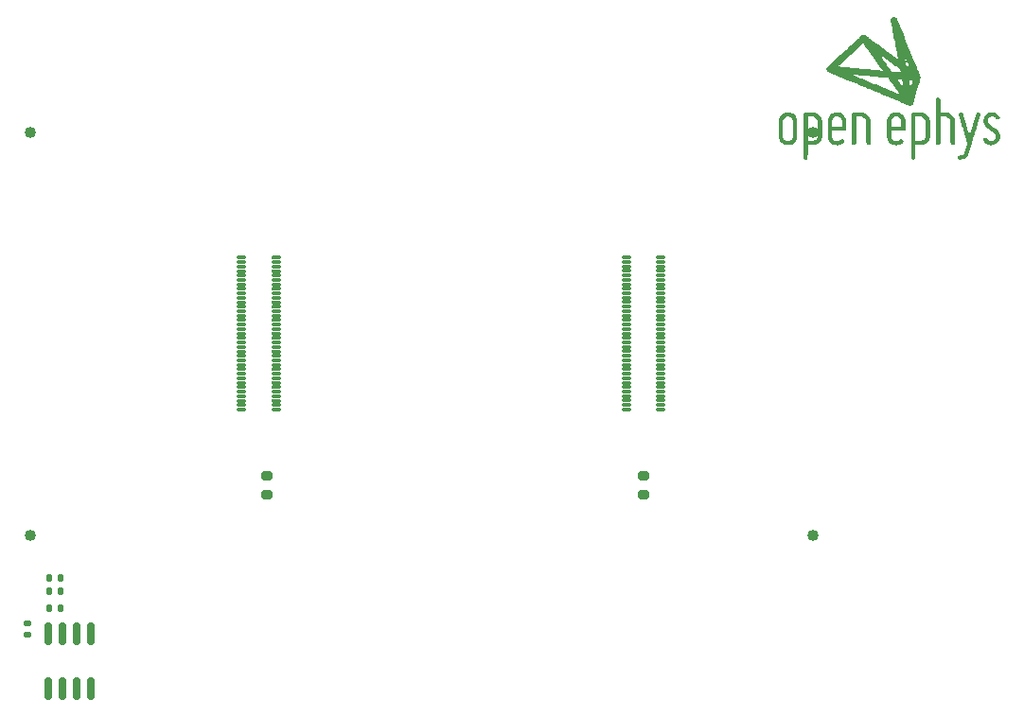
<source format=gbr>
G04 #@! TF.GenerationSoftware,KiCad,Pcbnew,9.0.0*
G04 #@! TF.CreationDate,2025-04-07T23:04:34+01:00*
G04 #@! TF.ProjectId,ephys-test-module-128,65706879-732d-4746-9573-742d6d6f6475,A*
G04 #@! TF.SameCoordinates,Original*
G04 #@! TF.FileFunction,Soldermask,Top*
G04 #@! TF.FilePolarity,Negative*
%FSLAX46Y46*%
G04 Gerber Fmt 4.6, Leading zero omitted, Abs format (unit mm)*
G04 Created by KiCad (PCBNEW 9.0.0) date 2025-04-07 23:04:34*
%MOMM*%
%LPD*%
G01*
G04 APERTURE LIST*
G04 Aperture macros list*
%AMRoundRect*
0 Rectangle with rounded corners*
0 $1 Rounding radius*
0 $2 $3 $4 $5 $6 $7 $8 $9 X,Y pos of 4 corners*
0 Add a 4 corners polygon primitive as box body*
4,1,4,$2,$3,$4,$5,$6,$7,$8,$9,$2,$3,0*
0 Add four circle primitives for the rounded corners*
1,1,$1+$1,$2,$3*
1,1,$1+$1,$4,$5*
1,1,$1+$1,$6,$7*
1,1,$1+$1,$8,$9*
0 Add four rect primitives between the rounded corners*
20,1,$1+$1,$2,$3,$4,$5,0*
20,1,$1+$1,$4,$5,$6,$7,0*
20,1,$1+$1,$6,$7,$8,$9,0*
20,1,$1+$1,$8,$9,$2,$3,0*%
G04 Aperture macros list end*
%ADD10C,0.000000*%
%ADD11RoundRect,0.135000X-0.135000X-0.185000X0.135000X-0.185000X0.135000X0.185000X-0.135000X0.185000X0*%
%ADD12RoundRect,0.200000X-0.275000X0.200000X-0.275000X-0.200000X0.275000X-0.200000X0.275000X0.200000X0*%
%ADD13RoundRect,0.010000X0.340000X-0.090000X0.340000X0.090000X-0.340000X0.090000X-0.340000X-0.090000X0*%
%ADD14RoundRect,0.150000X0.150000X-0.825000X0.150000X0.825000X-0.150000X0.825000X-0.150000X-0.825000X0*%
%ADD15RoundRect,0.140000X0.170000X-0.140000X0.170000X0.140000X-0.170000X0.140000X-0.170000X-0.140000X0*%
%ADD16RoundRect,0.010000X-0.340000X0.090000X-0.340000X-0.090000X0.340000X-0.090000X0.340000X0.090000X0*%
%ADD17C,1.020000*%
G04 APERTURE END LIST*
D10*
G04 #@! TO.C,G\u002A\u002A\u002A*
G36*
X185959905Y-80141203D02*
G01*
X186064976Y-80156873D01*
X186123922Y-80172831D01*
X186250199Y-80224904D01*
X186361844Y-80293761D01*
X186463049Y-80381436D01*
X186550618Y-80482520D01*
X186619043Y-80592976D01*
X186671929Y-80718639D01*
X186672586Y-80720563D01*
X186705601Y-80817510D01*
X186705601Y-81617319D01*
X186705601Y-82417128D01*
X186672586Y-82514075D01*
X186619724Y-82639948D01*
X186550678Y-82751223D01*
X186463158Y-82852577D01*
X186355234Y-82945634D01*
X186237986Y-83016344D01*
X186111013Y-83064883D01*
X185973911Y-83091425D01*
X185905792Y-83096354D01*
X185847021Y-83097131D01*
X185790958Y-83095526D01*
X185746223Y-83091880D01*
X185730987Y-83089439D01*
X185595802Y-83051705D01*
X185476406Y-82998028D01*
X185368602Y-82926177D01*
X185287459Y-82853686D01*
X185209875Y-82766819D01*
X185149378Y-82676447D01*
X185101466Y-82575031D01*
X185073771Y-82495897D01*
X185045391Y-82405010D01*
X185045391Y-82380773D01*
X185045391Y-81617319D01*
X185045391Y-80853865D01*
X185433177Y-80853865D01*
X185433177Y-81617319D01*
X185433177Y-82380773D01*
X185466069Y-82447424D01*
X185522661Y-82540159D01*
X185591738Y-82612855D01*
X185675265Y-82667309D01*
X185733710Y-82692177D01*
X185810174Y-82709183D01*
X185896261Y-82711618D01*
X185982615Y-82699984D01*
X186059880Y-82674782D01*
X186060128Y-82674668D01*
X186136299Y-82628202D01*
X186206108Y-82563800D01*
X186263234Y-82487761D01*
X186282192Y-82453329D01*
X186317815Y-82380773D01*
X186317815Y-81617319D01*
X186317815Y-80853865D01*
X186282192Y-80781310D01*
X186231930Y-80701646D01*
X186165905Y-80630836D01*
X186090555Y-80575317D01*
X186060128Y-80559246D01*
X186022556Y-80543215D01*
X185988136Y-80533427D01*
X185948596Y-80528423D01*
X185895667Y-80526744D01*
X185875496Y-80526670D01*
X185816809Y-80527623D01*
X185774045Y-80531453D01*
X185738935Y-80539620D01*
X185703208Y-80553583D01*
X185690864Y-80559246D01*
X185617471Y-80604411D01*
X185548772Y-80666305D01*
X185492125Y-80737568D01*
X185465754Y-80784357D01*
X185433177Y-80853865D01*
X185045391Y-80853865D01*
X185045391Y-80829628D01*
X185073771Y-80738741D01*
X185115697Y-80625506D01*
X185167146Y-80528443D01*
X185232618Y-80440012D01*
X185287459Y-80380952D01*
X185374327Y-80303368D01*
X185464699Y-80242871D01*
X185566114Y-80194959D01*
X185645248Y-80167263D01*
X185741161Y-80146295D01*
X185849006Y-80137642D01*
X185959905Y-80141203D01*
G37*
G36*
X190329562Y-80140201D02*
G01*
X190431571Y-80154642D01*
X190480458Y-80167297D01*
X190597806Y-80211166D01*
X190698418Y-80265580D01*
X190788860Y-80334421D01*
X190831889Y-80375032D01*
X190919392Y-80474769D01*
X190987079Y-80580197D01*
X191039336Y-80698355D01*
X191047118Y-80720563D01*
X191079952Y-80817510D01*
X191080133Y-81255888D01*
X191080134Y-81370673D01*
X191079945Y-81463731D01*
X191079433Y-81537573D01*
X191078466Y-81594707D01*
X191076913Y-81637643D01*
X191074642Y-81668892D01*
X191071520Y-81690964D01*
X191067416Y-81706367D01*
X191062198Y-81717613D01*
X191055735Y-81727210D01*
X191055329Y-81727754D01*
X191026479Y-81760115D01*
X190996890Y-81786227D01*
X190988509Y-81791978D01*
X190978688Y-81796789D01*
X190965289Y-81800759D01*
X190946172Y-81803985D01*
X190919200Y-81806567D01*
X190882232Y-81808603D01*
X190833132Y-81810191D01*
X190769759Y-81811432D01*
X190689976Y-81812422D01*
X190591643Y-81813260D01*
X190472622Y-81814046D01*
X190381832Y-81814582D01*
X189800227Y-81817953D01*
X189804059Y-82099363D01*
X189807891Y-82380773D01*
X189846079Y-82461375D01*
X189899939Y-82550504D01*
X189969285Y-82621570D01*
X190056341Y-82676795D01*
X190066602Y-82681766D01*
X190111355Y-82701393D01*
X190148988Y-82712869D01*
X190189568Y-82718275D01*
X190243162Y-82719690D01*
X190250210Y-82719691D01*
X190340185Y-82712602D01*
X190418426Y-82689770D01*
X190492046Y-82648481D01*
X190544347Y-82607396D01*
X190611482Y-82560310D01*
X190676361Y-82537122D01*
X190738626Y-82537854D01*
X190797920Y-82562526D01*
X190833846Y-82590612D01*
X190876976Y-82643916D01*
X190896714Y-82700422D01*
X190893545Y-82759158D01*
X190867952Y-82819148D01*
X190820417Y-82879420D01*
X190751424Y-82939000D01*
X190661456Y-82996914D01*
X190621558Y-83018442D01*
X190515454Y-83061374D01*
X190396584Y-83089338D01*
X190271768Y-83101641D01*
X190147826Y-83097592D01*
X190036596Y-83077834D01*
X189902375Y-83030663D01*
X189781263Y-82963572D01*
X189674573Y-82877812D01*
X189583619Y-82774634D01*
X189509712Y-82655291D01*
X189454904Y-82523294D01*
X189420105Y-82417128D01*
X189420105Y-81617319D01*
X189420105Y-81429485D01*
X189799910Y-81429485D01*
X190250210Y-81429485D01*
X190700510Y-81429485D01*
X190696478Y-81141675D01*
X190692447Y-80853865D01*
X190656974Y-80781419D01*
X190606945Y-80702002D01*
X190541086Y-80631260D01*
X190465886Y-80575684D01*
X190434842Y-80559246D01*
X190397270Y-80543215D01*
X190362849Y-80533427D01*
X190323310Y-80528423D01*
X190270381Y-80526744D01*
X190250210Y-80526670D01*
X190191522Y-80527623D01*
X190148759Y-80531453D01*
X190113649Y-80539620D01*
X190077922Y-80553583D01*
X190065578Y-80559246D01*
X189988467Y-80606992D01*
X189918118Y-80672483D01*
X189861020Y-80749230D01*
X189843446Y-80781419D01*
X189807973Y-80853865D01*
X189803941Y-81141675D01*
X189799910Y-81429485D01*
X189420105Y-81429485D01*
X189420105Y-80817510D01*
X189453120Y-80720563D01*
X189503471Y-80599171D01*
X189568373Y-80491920D01*
X189652277Y-80391671D01*
X189668531Y-80375032D01*
X189756368Y-80297614D01*
X189851125Y-80236543D01*
X189959367Y-80187939D01*
X190019962Y-80167297D01*
X190114414Y-80146529D01*
X190220729Y-80137497D01*
X190329562Y-80140201D01*
G37*
G36*
X195637387Y-80140201D02*
G01*
X195739396Y-80154642D01*
X195788282Y-80167297D01*
X195905631Y-80211166D01*
X196006242Y-80265580D01*
X196096684Y-80334421D01*
X196139714Y-80375032D01*
X196227216Y-80474769D01*
X196294904Y-80580197D01*
X196347160Y-80698355D01*
X196354942Y-80720563D01*
X196387776Y-80817510D01*
X196387958Y-81255888D01*
X196387959Y-81370673D01*
X196387769Y-81463731D01*
X196387257Y-81537573D01*
X196386290Y-81594707D01*
X196384738Y-81637643D01*
X196382466Y-81668892D01*
X196379345Y-81690964D01*
X196375241Y-81706367D01*
X196370023Y-81717613D01*
X196363559Y-81727210D01*
X196363154Y-81727754D01*
X196334304Y-81760115D01*
X196304715Y-81786227D01*
X196296334Y-81791978D01*
X196286513Y-81796789D01*
X196273113Y-81800759D01*
X196253997Y-81803985D01*
X196227024Y-81806567D01*
X196190057Y-81808603D01*
X196140956Y-81810191D01*
X196077584Y-81811432D01*
X195997800Y-81812422D01*
X195899467Y-81813260D01*
X195780446Y-81814046D01*
X195689656Y-81814582D01*
X195108051Y-81817953D01*
X195111883Y-82099363D01*
X195115716Y-82380773D01*
X195153903Y-82461375D01*
X195207763Y-82550504D01*
X195277109Y-82621570D01*
X195364166Y-82676795D01*
X195374427Y-82681766D01*
X195419179Y-82701393D01*
X195456812Y-82712869D01*
X195497392Y-82718275D01*
X195550987Y-82719690D01*
X195558034Y-82719691D01*
X195648009Y-82712602D01*
X195726250Y-82689770D01*
X195799871Y-82648481D01*
X195852171Y-82607396D01*
X195919306Y-82560310D01*
X195984185Y-82537122D01*
X196046451Y-82537854D01*
X196105744Y-82562526D01*
X196141671Y-82590612D01*
X196184800Y-82643916D01*
X196204539Y-82700422D01*
X196201370Y-82759158D01*
X196175776Y-82819148D01*
X196128242Y-82879420D01*
X196059249Y-82939000D01*
X195969281Y-82996914D01*
X195929382Y-83018442D01*
X195823278Y-83061374D01*
X195704408Y-83089338D01*
X195579592Y-83101641D01*
X195455650Y-83097592D01*
X195344421Y-83077834D01*
X195210200Y-83030663D01*
X195089088Y-82963572D01*
X194982398Y-82877812D01*
X194891443Y-82774634D01*
X194817536Y-82655291D01*
X194762728Y-82523294D01*
X194727929Y-82417128D01*
X194727929Y-81617319D01*
X194727929Y-81429485D01*
X195107734Y-81429485D01*
X195558034Y-81429485D01*
X196008335Y-81429485D01*
X196004303Y-81141675D01*
X196000271Y-80853865D01*
X195964798Y-80781419D01*
X195914770Y-80702002D01*
X195848911Y-80631260D01*
X195773710Y-80575684D01*
X195742666Y-80559246D01*
X195705094Y-80543215D01*
X195670674Y-80533427D01*
X195631134Y-80528423D01*
X195578205Y-80526744D01*
X195558034Y-80526670D01*
X195499347Y-80527623D01*
X195456584Y-80531453D01*
X195421474Y-80539620D01*
X195385746Y-80553583D01*
X195373402Y-80559246D01*
X195296291Y-80606992D01*
X195225942Y-80672483D01*
X195168845Y-80749230D01*
X195151270Y-80781419D01*
X195115798Y-80853865D01*
X195111766Y-81141675D01*
X195107734Y-81429485D01*
X194727929Y-81429485D01*
X194727929Y-80817510D01*
X194760945Y-80720563D01*
X194811296Y-80599171D01*
X194876198Y-80491920D01*
X194960102Y-80391671D01*
X194976355Y-80375032D01*
X195064192Y-80297614D01*
X195158949Y-80236543D01*
X195267191Y-80187939D01*
X195327786Y-80167297D01*
X195422239Y-80146529D01*
X195528553Y-80137497D01*
X195637387Y-80140201D01*
G37*
G36*
X192689158Y-80201108D02*
G01*
X192790179Y-80242085D01*
X192875146Y-80288428D01*
X192952241Y-80345233D01*
X193018331Y-80406188D01*
X193106347Y-80507270D01*
X193174769Y-80616956D01*
X193227452Y-80741455D01*
X193228597Y-80744800D01*
X193261613Y-80841747D01*
X193261613Y-81910295D01*
X193261605Y-82095560D01*
X193261557Y-82258125D01*
X193261436Y-82399528D01*
X193261205Y-82521306D01*
X193260831Y-82624997D01*
X193260278Y-82712137D01*
X193259511Y-82784265D01*
X193258497Y-82842916D01*
X193257198Y-82889629D01*
X193255582Y-82925941D01*
X193253613Y-82953389D01*
X193251256Y-82973511D01*
X193248476Y-82987842D01*
X193245238Y-82997922D01*
X193241509Y-83005287D01*
X193237252Y-83011475D01*
X193236627Y-83012314D01*
X193194874Y-83058489D01*
X193150244Y-83084805D01*
X193095110Y-83095169D01*
X193073779Y-83095754D01*
X193013627Y-83089714D01*
X192966440Y-83068989D01*
X192924588Y-83029670D01*
X192910930Y-83012328D01*
X192906561Y-83006074D01*
X192902721Y-82998728D01*
X192899369Y-82988741D01*
X192896457Y-82974560D01*
X192893943Y-82954633D01*
X192891782Y-82927410D01*
X192889929Y-82891339D01*
X192888340Y-82844869D01*
X192886970Y-82786448D01*
X192885775Y-82714524D01*
X192884711Y-82627547D01*
X192883733Y-82523965D01*
X192882797Y-82402227D01*
X192881858Y-82260781D01*
X192880871Y-82098075D01*
X192879885Y-81928487D01*
X192873826Y-80878101D01*
X192838313Y-80805656D01*
X192783336Y-80719665D01*
X192710499Y-80645823D01*
X192625189Y-80589515D01*
X192619077Y-80586461D01*
X192546632Y-80550989D01*
X192258993Y-80546959D01*
X191971355Y-80542929D01*
X191968154Y-81760894D01*
X191967625Y-81959469D01*
X191967124Y-82135241D01*
X191966618Y-82289646D01*
X191966075Y-82424118D01*
X191965463Y-82540091D01*
X191964750Y-82639000D01*
X191963902Y-82722279D01*
X191962888Y-82791362D01*
X191961675Y-82847684D01*
X191960232Y-82892680D01*
X191958525Y-82927783D01*
X191956523Y-82954429D01*
X191954193Y-82974052D01*
X191951503Y-82988086D01*
X191948420Y-82997965D01*
X191944913Y-83005125D01*
X191940948Y-83010999D01*
X191939967Y-83012321D01*
X191911895Y-83044026D01*
X191883308Y-83069431D01*
X191842652Y-83088180D01*
X191790154Y-83097306D01*
X191736592Y-83095881D01*
X191697748Y-83085439D01*
X191653953Y-83055818D01*
X191616542Y-83013296D01*
X191592748Y-82966704D01*
X191589301Y-82953007D01*
X191588391Y-82935825D01*
X191587579Y-82896024D01*
X191586869Y-82835224D01*
X191586264Y-82755042D01*
X191585771Y-82657097D01*
X191585391Y-82543008D01*
X191585131Y-82414392D01*
X191584993Y-82272868D01*
X191584982Y-82120055D01*
X191585103Y-81957570D01*
X191585359Y-81787033D01*
X191585755Y-81610061D01*
X191585790Y-81596998D01*
X191586345Y-81390052D01*
X191586867Y-81205966D01*
X191587386Y-81043364D01*
X191587931Y-80900868D01*
X191588531Y-80777102D01*
X191589215Y-80670690D01*
X191590012Y-80580254D01*
X191590950Y-80504418D01*
X191592059Y-80441806D01*
X191593369Y-80391041D01*
X191594907Y-80350746D01*
X191596703Y-80319545D01*
X191598787Y-80296060D01*
X191601186Y-80278916D01*
X191603931Y-80266736D01*
X191607050Y-80258143D01*
X191610572Y-80251760D01*
X191614270Y-80246554D01*
X191643130Y-80214214D01*
X191672751Y-80188106D01*
X191682337Y-80181567D01*
X191693438Y-80176281D01*
X191708566Y-80172113D01*
X191730228Y-80168932D01*
X191760936Y-80166605D01*
X191803200Y-80164999D01*
X191859528Y-80163980D01*
X191932432Y-80163416D01*
X192024420Y-80163174D01*
X192138004Y-80163121D01*
X192144616Y-80163121D01*
X192582987Y-80163121D01*
X192689158Y-80201108D01*
G37*
G36*
X199374864Y-78848263D02*
G01*
X199422051Y-78868988D01*
X199463903Y-78908305D01*
X199477562Y-78925649D01*
X199483241Y-78933914D01*
X199488003Y-78943596D01*
X199491944Y-78956802D01*
X199495158Y-78975637D01*
X199497739Y-79002207D01*
X199499783Y-79038619D01*
X199501383Y-79086978D01*
X199502635Y-79149391D01*
X199503632Y-79227964D01*
X199504469Y-79324802D01*
X199505242Y-79442012D01*
X199505905Y-79557016D01*
X199509263Y-80154929D01*
X199814923Y-80159753D01*
X199909783Y-80161358D01*
X199984152Y-80163047D01*
X200041772Y-80165165D01*
X200086388Y-80168056D01*
X200121743Y-80172067D01*
X200151581Y-80177541D01*
X200179645Y-80184825D01*
X200209679Y-80194263D01*
X200217529Y-80196864D01*
X200343757Y-80249087D01*
X200455205Y-80317820D01*
X200556656Y-80405673D01*
X200644225Y-80506757D01*
X200712650Y-80617213D01*
X200765535Y-80742876D01*
X200766193Y-80744800D01*
X200799208Y-80841747D01*
X200799208Y-81910295D01*
X200799200Y-82095560D01*
X200799153Y-82258125D01*
X200799031Y-82399528D01*
X200798801Y-82521306D01*
X200798426Y-82624997D01*
X200797873Y-82712137D01*
X200797107Y-82784265D01*
X200796092Y-82842916D01*
X200794794Y-82889629D01*
X200793177Y-82925941D01*
X200791208Y-82953389D01*
X200788851Y-82973511D01*
X200786071Y-82987842D01*
X200782834Y-82997922D01*
X200779104Y-83005287D01*
X200774847Y-83011475D01*
X200774223Y-83012314D01*
X200732470Y-83058489D01*
X200687839Y-83084805D01*
X200632705Y-83095169D01*
X200611374Y-83095754D01*
X200551223Y-83089714D01*
X200504035Y-83068989D01*
X200462183Y-83029670D01*
X200448525Y-83012328D01*
X200444156Y-83006074D01*
X200440317Y-82998728D01*
X200436964Y-82988741D01*
X200434053Y-82974560D01*
X200431539Y-82954633D01*
X200429377Y-82927410D01*
X200427524Y-82891339D01*
X200425935Y-82844869D01*
X200424565Y-82786448D01*
X200423371Y-82714524D01*
X200422306Y-82627547D01*
X200421328Y-82523965D01*
X200420392Y-82402227D01*
X200419453Y-82260781D01*
X200418467Y-82098075D01*
X200417481Y-81928487D01*
X200411422Y-80878101D01*
X200375908Y-80805656D01*
X200320931Y-80719665D01*
X200248094Y-80645823D01*
X200162785Y-80589515D01*
X200156673Y-80586461D01*
X200084227Y-80550989D01*
X199796589Y-80546959D01*
X199508950Y-80542929D01*
X199505749Y-81760894D01*
X199505220Y-81959469D01*
X199504719Y-82135241D01*
X199504214Y-82289646D01*
X199503671Y-82424118D01*
X199503059Y-82540091D01*
X199502345Y-82639000D01*
X199501497Y-82722279D01*
X199500483Y-82791362D01*
X199499271Y-82847684D01*
X199497827Y-82892680D01*
X199496120Y-82927783D01*
X199494118Y-82954429D01*
X199491788Y-82974052D01*
X199489098Y-82988086D01*
X199486016Y-82997965D01*
X199482508Y-83005125D01*
X199478544Y-83010999D01*
X199477562Y-83012321D01*
X199449491Y-83044026D01*
X199420903Y-83069431D01*
X199380248Y-83088180D01*
X199327749Y-83097306D01*
X199274187Y-83095881D01*
X199235344Y-83085439D01*
X199191557Y-83055827D01*
X199154159Y-83013323D01*
X199130377Y-82966752D01*
X199126923Y-82953007D01*
X199126177Y-82936758D01*
X199125495Y-82897576D01*
X199124879Y-82836765D01*
X199124331Y-82755628D01*
X199123855Y-82655469D01*
X199123451Y-82537593D01*
X199123123Y-82403302D01*
X199122873Y-82253901D01*
X199122703Y-82090693D01*
X199122615Y-81914982D01*
X199122611Y-81728071D01*
X199122694Y-81531264D01*
X199122866Y-81325866D01*
X199123130Y-81113179D01*
X199123412Y-80936551D01*
X199123863Y-80680360D01*
X199124289Y-80447291D01*
X199124703Y-80236231D01*
X199125123Y-80046066D01*
X199125563Y-79875681D01*
X199126041Y-79723963D01*
X199126570Y-79589798D01*
X199127167Y-79472071D01*
X199127849Y-79369669D01*
X199128630Y-79281478D01*
X199129526Y-79206384D01*
X199130554Y-79143272D01*
X199131729Y-79091029D01*
X199133066Y-79048541D01*
X199134581Y-79014694D01*
X199136291Y-78988374D01*
X199138211Y-78968466D01*
X199140357Y-78953858D01*
X199142744Y-78943434D01*
X199145388Y-78936081D01*
X199148306Y-78930685D01*
X199151512Y-78926132D01*
X199151865Y-78925658D01*
X199193620Y-78879486D01*
X199238249Y-78853172D01*
X199293379Y-78842809D01*
X199314714Y-78842224D01*
X199374864Y-78848263D01*
G37*
G36*
X204149924Y-80139524D02*
G01*
X204213879Y-80140442D01*
X204261639Y-80143382D01*
X204301231Y-80149653D01*
X204340686Y-80160564D01*
X204388033Y-80177422D01*
X204392290Y-80179025D01*
X204511959Y-80234692D01*
X204620146Y-80306020D01*
X204713143Y-80390039D01*
X204787242Y-80483781D01*
X204801323Y-80506578D01*
X204828183Y-80572277D01*
X204833333Y-80636957D01*
X204817747Y-80696721D01*
X204782401Y-80747676D01*
X204731788Y-80784185D01*
X204664946Y-80806343D01*
X204600536Y-80805630D01*
X204541992Y-80783011D01*
X204492749Y-80739452D01*
X204473554Y-80711609D01*
X204417319Y-80635964D01*
X204348749Y-80580659D01*
X204266860Y-80545154D01*
X204170669Y-80528911D01*
X204137805Y-80527703D01*
X204055141Y-80532140D01*
X203987490Y-80549087D01*
X203927639Y-80581387D01*
X203868375Y-80631889D01*
X203864824Y-80635416D01*
X203807794Y-80707812D01*
X203770141Y-80789013D01*
X203752099Y-80874968D01*
X203753901Y-80961625D01*
X203775779Y-81044932D01*
X203817964Y-81120836D01*
X203835708Y-81142807D01*
X203859191Y-81164991D01*
X203900389Y-81198916D01*
X203956920Y-81242781D01*
X204026404Y-81294780D01*
X204106455Y-81353111D01*
X204194694Y-81415970D01*
X204220700Y-81434246D01*
X204303818Y-81493056D01*
X204383327Y-81550384D01*
X204456299Y-81604038D01*
X204519805Y-81651828D01*
X204570917Y-81691560D01*
X204606707Y-81721042D01*
X204619422Y-81732714D01*
X204703237Y-81830018D01*
X204767908Y-81936571D01*
X204809351Y-82034866D01*
X204824543Y-82079474D01*
X204834889Y-82116869D01*
X204841321Y-82153767D01*
X204844772Y-82196885D01*
X204846174Y-82252939D01*
X204846432Y-82302004D01*
X204843355Y-82407229D01*
X204832540Y-82495498D01*
X204812241Y-82573343D01*
X204780712Y-82647292D01*
X204736208Y-82723875D01*
X204731781Y-82730698D01*
X204647717Y-82838615D01*
X204548931Y-82929566D01*
X204438151Y-83002467D01*
X204318100Y-83056231D01*
X204191505Y-83089772D01*
X204061091Y-83102003D01*
X203929582Y-83091839D01*
X203861865Y-83077394D01*
X203739443Y-83034139D01*
X203624130Y-82971695D01*
X203520391Y-82893189D01*
X203432689Y-82801748D01*
X203395073Y-82750382D01*
X203358033Y-82678633D01*
X203342328Y-82610394D01*
X203347257Y-82548214D01*
X203372120Y-82494640D01*
X203416218Y-82452221D01*
X203478850Y-82423504D01*
X203485396Y-82421672D01*
X203552512Y-82413784D01*
X203611327Y-82428585D01*
X203663002Y-82466457D01*
X203679970Y-82485674D01*
X203732247Y-82548882D01*
X203775455Y-82595801D01*
X203813842Y-82630389D01*
X203851656Y-82656608D01*
X203879800Y-82671972D01*
X203918040Y-82689536D01*
X203952049Y-82700140D01*
X203990543Y-82705512D01*
X204042240Y-82707379D01*
X204059036Y-82707504D01*
X204115008Y-82706824D01*
X204155296Y-82703120D01*
X204188414Y-82694751D01*
X204222875Y-82680074D01*
X204236633Y-82673242D01*
X204315680Y-82621531D01*
X204383569Y-82554258D01*
X204430657Y-82483779D01*
X204443875Y-82454998D01*
X204452268Y-82425823D01*
X204456871Y-82389596D01*
X204458721Y-82339658D01*
X204458941Y-82302004D01*
X204458438Y-82243331D01*
X204456073Y-82202009D01*
X204450557Y-82171159D01*
X204440603Y-82143901D01*
X204424923Y-82113356D01*
X204422972Y-82109822D01*
X204410672Y-82088304D01*
X204398006Y-82068797D01*
X204383007Y-82049687D01*
X204363708Y-82029359D01*
X204338140Y-82006199D01*
X204304338Y-81978592D01*
X204260332Y-81944924D01*
X204204155Y-81903580D01*
X204133841Y-81852946D01*
X204047421Y-81791408D01*
X203955685Y-81726384D01*
X203858091Y-81656563D01*
X203770611Y-81592566D01*
X203695216Y-81535902D01*
X203633877Y-81488079D01*
X203588565Y-81450605D01*
X203561251Y-81424989D01*
X203559840Y-81423426D01*
X203485757Y-81323023D01*
X203426121Y-81207151D01*
X203396719Y-81126527D01*
X203376402Y-81034230D01*
X203367360Y-80931315D01*
X203369626Y-80826838D01*
X203383230Y-80729856D01*
X203395169Y-80684208D01*
X203446363Y-80561805D01*
X203517896Y-80449792D01*
X203607166Y-80350734D01*
X203711575Y-80267194D01*
X203828523Y-80201735D01*
X203919676Y-80167039D01*
X203969104Y-80153440D01*
X204016420Y-80144981D01*
X204069966Y-80140663D01*
X204138086Y-80139491D01*
X204149924Y-80139524D01*
G37*
G36*
X202970300Y-80156672D02*
G01*
X203021428Y-80189272D01*
X203059637Y-80235975D01*
X203080714Y-80293608D01*
X203083511Y-80325273D01*
X203080110Y-80339859D01*
X203070211Y-80376113D01*
X203054274Y-80432485D01*
X203032759Y-80507427D01*
X203006124Y-80599389D01*
X202974830Y-80706822D01*
X202939336Y-80828176D01*
X202900100Y-80961903D01*
X202857583Y-81106454D01*
X202812243Y-81260279D01*
X202764541Y-81421829D01*
X202714935Y-81589555D01*
X202663884Y-81761908D01*
X202611849Y-81937339D01*
X202559288Y-82114298D01*
X202506662Y-82291237D01*
X202454428Y-82466605D01*
X202403047Y-82638855D01*
X202352978Y-82806436D01*
X202304680Y-82967800D01*
X202258613Y-83121397D01*
X202215236Y-83265679D01*
X202175009Y-83399096D01*
X202138390Y-83520099D01*
X202105839Y-83627139D01*
X202077816Y-83718666D01*
X202064367Y-83762262D01*
X202027143Y-83869892D01*
X201986728Y-83959274D01*
X201939723Y-84036391D01*
X201882729Y-84107232D01*
X201847602Y-84143989D01*
X201736614Y-84238708D01*
X201616017Y-84311712D01*
X201487033Y-84362436D01*
X201350887Y-84390311D01*
X201308177Y-84394176D01*
X201256292Y-84396545D01*
X201220044Y-84394767D01*
X201191012Y-84387611D01*
X201160771Y-84373848D01*
X201157595Y-84372186D01*
X201104873Y-84332102D01*
X201072043Y-84278406D01*
X201059818Y-84212307D01*
X201059752Y-84206601D01*
X201067824Y-84140555D01*
X201092907Y-84088898D01*
X201136297Y-84050471D01*
X201199293Y-84024116D01*
X201281366Y-84008879D01*
X201390763Y-83986736D01*
X201483984Y-83946568D01*
X201561111Y-83888322D01*
X201622228Y-83811945D01*
X201638037Y-83784390D01*
X201652275Y-83752317D01*
X201671144Y-83702170D01*
X201693664Y-83637237D01*
X201718856Y-83560810D01*
X201745740Y-83476178D01*
X201773336Y-83386631D01*
X201800665Y-83295459D01*
X201826748Y-83205952D01*
X201850604Y-83121401D01*
X201871254Y-83045095D01*
X201887719Y-82980325D01*
X201899018Y-82930379D01*
X201904174Y-82898550D01*
X201904162Y-82890577D01*
X201899866Y-82874024D01*
X201889067Y-82835852D01*
X201872235Y-82777652D01*
X201849842Y-82701017D01*
X201822357Y-82607538D01*
X201790252Y-82498807D01*
X201753998Y-82376418D01*
X201714064Y-82241961D01*
X201670922Y-82097028D01*
X201625043Y-81943213D01*
X201576897Y-81782106D01*
X201538452Y-81653674D01*
X201488664Y-81487389D01*
X201440608Y-81326738D01*
X201394771Y-81173357D01*
X201351640Y-81028883D01*
X201311702Y-80894951D01*
X201275444Y-80773198D01*
X201243353Y-80665261D01*
X201215916Y-80572775D01*
X201193621Y-80497378D01*
X201176953Y-80440704D01*
X201166401Y-80404392D01*
X201162806Y-80391555D01*
X201153826Y-80319357D01*
X201167148Y-80256349D01*
X201202936Y-80201851D01*
X201210905Y-80193732D01*
X201262729Y-80158446D01*
X201321385Y-80142398D01*
X201381455Y-80144801D01*
X201437522Y-80164868D01*
X201484168Y-80201810D01*
X201508130Y-80236928D01*
X201514300Y-80253806D01*
X201526798Y-80292147D01*
X201545082Y-80350171D01*
X201568610Y-80426100D01*
X201596839Y-80518153D01*
X201629227Y-80624551D01*
X201665231Y-80743515D01*
X201704310Y-80873265D01*
X201745920Y-81012023D01*
X201789520Y-81158007D01*
X201817147Y-81250809D01*
X201861382Y-81399345D01*
X201903711Y-81541022D01*
X201943619Y-81674144D01*
X201980591Y-81797016D01*
X202014113Y-81907942D01*
X202043670Y-82005226D01*
X202068747Y-82087172D01*
X202088829Y-82152084D01*
X202103403Y-82198267D01*
X202111953Y-82224026D01*
X202114046Y-82229014D01*
X202118398Y-82217704D01*
X202129170Y-82184919D01*
X202145824Y-82132400D01*
X202167825Y-82061890D01*
X202194638Y-81975131D01*
X202225726Y-81873864D01*
X202260554Y-81759832D01*
X202298586Y-81634776D01*
X202339287Y-81500438D01*
X202382119Y-81358561D01*
X202398203Y-81305159D01*
X202442276Y-81158751D01*
X202484771Y-81017602D01*
X202525106Y-80883648D01*
X202562698Y-80758824D01*
X202596963Y-80645067D01*
X202627318Y-80544312D01*
X202653181Y-80458495D01*
X202673968Y-80389550D01*
X202689096Y-80339415D01*
X202697982Y-80310023D01*
X202699247Y-80305858D01*
X202729911Y-80234290D01*
X202772481Y-80183326D01*
X202827881Y-80151962D01*
X202846140Y-80146475D01*
X202910466Y-80141348D01*
X202970300Y-80156672D01*
G37*
G36*
X188362917Y-80201108D02*
G01*
X188463939Y-80242085D01*
X188548906Y-80288428D01*
X188626001Y-80345233D01*
X188692090Y-80406188D01*
X188780107Y-80507270D01*
X188848528Y-80616956D01*
X188901212Y-80741455D01*
X188902357Y-80744800D01*
X188935372Y-80841747D01*
X188935372Y-81617319D01*
X188935372Y-82392892D01*
X188902357Y-82489838D01*
X188850016Y-82614785D01*
X188782034Y-82724765D01*
X188694553Y-82825986D01*
X188692090Y-82828450D01*
X188614445Y-82898936D01*
X188536000Y-82954216D01*
X188448479Y-82999432D01*
X188362917Y-83033039D01*
X188329863Y-83044551D01*
X188301441Y-83053474D01*
X188273895Y-83060193D01*
X188243470Y-83065093D01*
X188206409Y-83068560D01*
X188158956Y-83070979D01*
X188097355Y-83072734D01*
X188017851Y-83074211D01*
X187951086Y-83075262D01*
X187645427Y-83079987D01*
X187642069Y-83677761D01*
X187641279Y-83813578D01*
X187640502Y-83927266D01*
X187639644Y-84020929D01*
X187638612Y-84096675D01*
X187637309Y-84156610D01*
X187635641Y-84202840D01*
X187633515Y-84237472D01*
X187630835Y-84262611D01*
X187627506Y-84280365D01*
X187623435Y-84292840D01*
X187618526Y-84302141D01*
X187613726Y-84308989D01*
X187585652Y-84340692D01*
X187557067Y-84366092D01*
X187516412Y-84384840D01*
X187463913Y-84393966D01*
X187410352Y-84392541D01*
X187371508Y-84382099D01*
X187327721Y-84352487D01*
X187290323Y-84309983D01*
X187266541Y-84263412D01*
X187263087Y-84249667D01*
X187262339Y-84233405D01*
X187261654Y-84194215D01*
X187261037Y-84133404D01*
X187260489Y-84052279D01*
X187260012Y-83952151D01*
X187259608Y-83834325D01*
X187259281Y-83700110D01*
X187259032Y-83550814D01*
X187258863Y-83387745D01*
X187258777Y-83212211D01*
X187258776Y-83025520D01*
X187258863Y-82828979D01*
X187259039Y-82623897D01*
X187259307Y-82411582D01*
X187259575Y-82245329D01*
X187260029Y-81989960D01*
X187260455Y-81757710D01*
X187260733Y-81617319D01*
X187644771Y-81617319D01*
X187644771Y-82689790D01*
X187904235Y-82689790D01*
X187995010Y-82689486D01*
X188065518Y-82688395D01*
X188119724Y-82686249D01*
X188161593Y-82682780D01*
X188195089Y-82677720D01*
X188224177Y-82670802D01*
X188235662Y-82667393D01*
X188331140Y-82626301D01*
X188411679Y-82566722D01*
X188478264Y-82487776D01*
X188521677Y-82411069D01*
X188527011Y-82399388D01*
X188531558Y-82387262D01*
X188535380Y-82372765D01*
X188538541Y-82353971D01*
X188541103Y-82328953D01*
X188543129Y-82295786D01*
X188544681Y-82252543D01*
X188545824Y-82197299D01*
X188546619Y-82128127D01*
X188547130Y-82043102D01*
X188547419Y-81940297D01*
X188547550Y-81817787D01*
X188547585Y-81673645D01*
X188547586Y-81617319D01*
X188547570Y-81465093D01*
X188547480Y-81335177D01*
X188547254Y-81225646D01*
X188546829Y-81134573D01*
X188546141Y-81060033D01*
X188545128Y-81000100D01*
X188543727Y-80952846D01*
X188541875Y-80916347D01*
X188539509Y-80888677D01*
X188536567Y-80867908D01*
X188532985Y-80852116D01*
X188528700Y-80839374D01*
X188523651Y-80827756D01*
X188521677Y-80823569D01*
X188465429Y-80728686D01*
X188396004Y-80653868D01*
X188312418Y-80598233D01*
X188235662Y-80567245D01*
X188207232Y-80559493D01*
X188176008Y-80553710D01*
X188138025Y-80549626D01*
X188089317Y-80546974D01*
X188025921Y-80545486D01*
X187943871Y-80544894D01*
X187904235Y-80544848D01*
X187644771Y-80544848D01*
X187644771Y-81617319D01*
X187260733Y-81617319D01*
X187260871Y-81547462D01*
X187261292Y-81358097D01*
X187261735Y-81188499D01*
X187262214Y-81037550D01*
X187262747Y-80904132D01*
X187263348Y-80787128D01*
X187264034Y-80685421D01*
X187264821Y-80597892D01*
X187265464Y-80544848D01*
X187265724Y-80523425D01*
X187266760Y-80460902D01*
X187267945Y-80409204D01*
X187269293Y-80367216D01*
X187270822Y-80333818D01*
X187272548Y-80307894D01*
X187274485Y-80288327D01*
X187276650Y-80273998D01*
X187279059Y-80263790D01*
X187281728Y-80256585D01*
X187284673Y-80251267D01*
X187287909Y-80246717D01*
X187288029Y-80246555D01*
X187316890Y-80214214D01*
X187346510Y-80188106D01*
X187356096Y-80181567D01*
X187367198Y-80176281D01*
X187382325Y-80172113D01*
X187403988Y-80168932D01*
X187434696Y-80166605D01*
X187476959Y-80164999D01*
X187533288Y-80163980D01*
X187606191Y-80163416D01*
X187698180Y-80163174D01*
X187811763Y-80163121D01*
X187818376Y-80163121D01*
X188256746Y-80163121D01*
X188362917Y-80201108D01*
G37*
G36*
X198009101Y-80201108D02*
G01*
X198110122Y-80242085D01*
X198195089Y-80288428D01*
X198272184Y-80345233D01*
X198338273Y-80406188D01*
X198426290Y-80507270D01*
X198494712Y-80616956D01*
X198547395Y-80741455D01*
X198548540Y-80744800D01*
X198581555Y-80841747D01*
X198581555Y-81617319D01*
X198581555Y-82392892D01*
X198548540Y-82489838D01*
X198496200Y-82614785D01*
X198428217Y-82724765D01*
X198340736Y-82825986D01*
X198338273Y-82828450D01*
X198260628Y-82898936D01*
X198182183Y-82954216D01*
X198094662Y-82999432D01*
X198009101Y-83033039D01*
X197976046Y-83044551D01*
X197947624Y-83053474D01*
X197920079Y-83060193D01*
X197889653Y-83065093D01*
X197852592Y-83068560D01*
X197805139Y-83070979D01*
X197743538Y-83072734D01*
X197664034Y-83074211D01*
X197597270Y-83075262D01*
X197291610Y-83079987D01*
X197288253Y-83677761D01*
X197287462Y-83813578D01*
X197286685Y-83927266D01*
X197285828Y-84020929D01*
X197284795Y-84096675D01*
X197283492Y-84156610D01*
X197281824Y-84202840D01*
X197279698Y-84237472D01*
X197277018Y-84262611D01*
X197273689Y-84280365D01*
X197269618Y-84292840D01*
X197264709Y-84302141D01*
X197259910Y-84308989D01*
X197231835Y-84340692D01*
X197203250Y-84366092D01*
X197162595Y-84384840D01*
X197110096Y-84393966D01*
X197056535Y-84392541D01*
X197017691Y-84382099D01*
X196973904Y-84352487D01*
X196936506Y-84309983D01*
X196912724Y-84263412D01*
X196909270Y-84249667D01*
X196908522Y-84233405D01*
X196907838Y-84194215D01*
X196907220Y-84133404D01*
X196906672Y-84052279D01*
X196906195Y-83952151D01*
X196905791Y-83834325D01*
X196905464Y-83700110D01*
X196905215Y-83550814D01*
X196905046Y-83387745D01*
X196904960Y-83212211D01*
X196904959Y-83025520D01*
X196905046Y-82828979D01*
X196905222Y-82623897D01*
X196905490Y-82411582D01*
X196905759Y-82245329D01*
X196906212Y-81989960D01*
X196906638Y-81757710D01*
X196906916Y-81617319D01*
X197290954Y-81617319D01*
X197290954Y-82689790D01*
X197550418Y-82689790D01*
X197641193Y-82689486D01*
X197711701Y-82688395D01*
X197765907Y-82686249D01*
X197807776Y-82682780D01*
X197841272Y-82677720D01*
X197870360Y-82670802D01*
X197881845Y-82667393D01*
X197977323Y-82626301D01*
X198057862Y-82566722D01*
X198124447Y-82487776D01*
X198167860Y-82411069D01*
X198173194Y-82399388D01*
X198177741Y-82387262D01*
X198181563Y-82372765D01*
X198184724Y-82353971D01*
X198187286Y-82328953D01*
X198189312Y-82295786D01*
X198190865Y-82252543D01*
X198192007Y-82197299D01*
X198192803Y-82128127D01*
X198193313Y-82043102D01*
X198193603Y-81940297D01*
X198193733Y-81817787D01*
X198193768Y-81673645D01*
X198193769Y-81617319D01*
X198193753Y-81465093D01*
X198193664Y-81335177D01*
X198193437Y-81225646D01*
X198193012Y-81134573D01*
X198192324Y-81060033D01*
X198191311Y-81000100D01*
X198189910Y-80952846D01*
X198188058Y-80916347D01*
X198185692Y-80888677D01*
X198182750Y-80867908D01*
X198179168Y-80852116D01*
X198174884Y-80839374D01*
X198169834Y-80827756D01*
X198167860Y-80823569D01*
X198111613Y-80728686D01*
X198042187Y-80653868D01*
X197958601Y-80598233D01*
X197881845Y-80567245D01*
X197853416Y-80559493D01*
X197822192Y-80553710D01*
X197784208Y-80549626D01*
X197735500Y-80546974D01*
X197672104Y-80545486D01*
X197590054Y-80544894D01*
X197550418Y-80544848D01*
X197290954Y-80544848D01*
X197290954Y-81617319D01*
X196906916Y-81617319D01*
X196907054Y-81547462D01*
X196907476Y-81358097D01*
X196907918Y-81188499D01*
X196908397Y-81037550D01*
X196908930Y-80904132D01*
X196909531Y-80787128D01*
X196910217Y-80685421D01*
X196911004Y-80597892D01*
X196911647Y-80544848D01*
X196911907Y-80523425D01*
X196912943Y-80460902D01*
X196914128Y-80409204D01*
X196915477Y-80367216D01*
X196917006Y-80333818D01*
X196918731Y-80307894D01*
X196920668Y-80288327D01*
X196922833Y-80273998D01*
X196925242Y-80263790D01*
X196927911Y-80256585D01*
X196930856Y-80251267D01*
X196934092Y-80246717D01*
X196934212Y-80246555D01*
X196963073Y-80214214D01*
X196992693Y-80188106D01*
X197002279Y-80181567D01*
X197013381Y-80176281D01*
X197028508Y-80172113D01*
X197050171Y-80168932D01*
X197080879Y-80166605D01*
X197123143Y-80164999D01*
X197179471Y-80163980D01*
X197252375Y-80163416D01*
X197344363Y-80163174D01*
X197457946Y-80163121D01*
X197464559Y-80163121D01*
X197902929Y-80163121D01*
X198009101Y-80201108D01*
G37*
G36*
X195418670Y-71611175D02*
G01*
X195500789Y-71640560D01*
X195511954Y-71646413D01*
X195566138Y-71683436D01*
X195608853Y-71731320D01*
X195644327Y-71795423D01*
X195660437Y-71834614D01*
X195667567Y-71852667D01*
X195683295Y-71891927D01*
X195707113Y-71951141D01*
X195738513Y-72029055D01*
X195776988Y-72124415D01*
X195822030Y-72235967D01*
X195873132Y-72362458D01*
X195929784Y-72502633D01*
X195991481Y-72655239D01*
X196057714Y-72819022D01*
X196127975Y-72992729D01*
X196201757Y-73175104D01*
X196278552Y-73364896D01*
X196357853Y-73560849D01*
X196439151Y-73761711D01*
X196521939Y-73966226D01*
X196605710Y-74173142D01*
X196689955Y-74381205D01*
X196774168Y-74589161D01*
X196857839Y-74795756D01*
X196940463Y-74999736D01*
X197021530Y-75199848D01*
X197100533Y-75394837D01*
X197176965Y-75583450D01*
X197250318Y-75764433D01*
X197320084Y-75936533D01*
X197385755Y-76098495D01*
X197446824Y-76249066D01*
X197502783Y-76386991D01*
X197553125Y-76511018D01*
X197597341Y-76619892D01*
X197634925Y-76712360D01*
X197665367Y-76787167D01*
X197688162Y-76843060D01*
X197702800Y-76878786D01*
X197707944Y-76891174D01*
X197733334Y-76973947D01*
X197736526Y-77054033D01*
X197717752Y-77137932D01*
X197716799Y-77140732D01*
X197710889Y-77159668D01*
X197698808Y-77199845D01*
X197681151Y-77259230D01*
X197658510Y-77335791D01*
X197631481Y-77427495D01*
X197600656Y-77532310D01*
X197566630Y-77648203D01*
X197529997Y-77773141D01*
X197491349Y-77905092D01*
X197451282Y-78042023D01*
X197410388Y-78181902D01*
X197369263Y-78322696D01*
X197328498Y-78462373D01*
X197288689Y-78598899D01*
X197250430Y-78730243D01*
X197214313Y-78854371D01*
X197180933Y-78969252D01*
X197150883Y-79072852D01*
X197124758Y-79163139D01*
X197103152Y-79238080D01*
X197086657Y-79295643D01*
X197075869Y-79333796D01*
X197072465Y-79346208D01*
X197042836Y-79413004D01*
X196994641Y-79470241D01*
X196932533Y-79515309D01*
X196861167Y-79545596D01*
X196785195Y-79558493D01*
X196709271Y-79551390D01*
X196707470Y-79550948D01*
X196666614Y-79537666D01*
X196623247Y-79519247D01*
X196616582Y-79515928D01*
X196601782Y-79509428D01*
X196565448Y-79494019D01*
X196508442Y-79470058D01*
X196431624Y-79437902D01*
X196335857Y-79397911D01*
X196222001Y-79350441D01*
X196090918Y-79295850D01*
X195943469Y-79234497D01*
X195780515Y-79166738D01*
X195602917Y-79092932D01*
X195411537Y-79013436D01*
X195207236Y-78928609D01*
X194990875Y-78838807D01*
X194763315Y-78744390D01*
X194525418Y-78645714D01*
X194278045Y-78543137D01*
X194022057Y-78437017D01*
X193758316Y-78327713D01*
X193487682Y-78215581D01*
X193211017Y-78100979D01*
X193055601Y-78036615D01*
X192776004Y-77920828D01*
X192501973Y-77807341D01*
X192234368Y-77696510D01*
X191974048Y-77588693D01*
X191721876Y-77484246D01*
X191478711Y-77383524D01*
X191245414Y-77286886D01*
X191022845Y-77194687D01*
X190811865Y-77107283D01*
X190613334Y-77025032D01*
X190428113Y-76948290D01*
X190257063Y-76877413D01*
X190101043Y-76812758D01*
X190024893Y-76781198D01*
X191610419Y-76781198D01*
X191621044Y-76786088D01*
X191652748Y-76799691D01*
X191704213Y-76821459D01*
X191774121Y-76850847D01*
X191861152Y-76887306D01*
X191963989Y-76930291D01*
X192081313Y-76979253D01*
X192211805Y-77033648D01*
X192354147Y-77092927D01*
X192507020Y-77156544D01*
X192669106Y-77223952D01*
X192839085Y-77294604D01*
X193015640Y-77367954D01*
X193197452Y-77443454D01*
X193383202Y-77520559D01*
X193571571Y-77598720D01*
X193761242Y-77677391D01*
X193950896Y-77756026D01*
X194139213Y-77834077D01*
X194324876Y-77910998D01*
X194506566Y-77986242D01*
X194682964Y-78059262D01*
X194852751Y-78129512D01*
X195014610Y-78196443D01*
X195167222Y-78259511D01*
X195309267Y-78318167D01*
X195439428Y-78371865D01*
X195556386Y-78420058D01*
X195658822Y-78462200D01*
X195745418Y-78497743D01*
X195814855Y-78526141D01*
X195865815Y-78546847D01*
X195896978Y-78559314D01*
X195907043Y-78563033D01*
X195900729Y-78553008D01*
X195881318Y-78524859D01*
X195849900Y-78480113D01*
X195807561Y-78420300D01*
X195755392Y-78346947D01*
X195694480Y-78261581D01*
X195625915Y-78165730D01*
X195550785Y-78060923D01*
X195470178Y-77948686D01*
X195385184Y-77830549D01*
X195380840Y-77824516D01*
X195295323Y-77705946D01*
X195213741Y-77593178D01*
X195137220Y-77487750D01*
X195066888Y-77391200D01*
X195003873Y-77305065D01*
X194949303Y-77230882D01*
X194904306Y-77170189D01*
X194901607Y-77166596D01*
X195660300Y-77166596D01*
X195665764Y-77177458D01*
X195683999Y-77205803D01*
X195713531Y-77249503D01*
X195752885Y-77306433D01*
X195800588Y-77374465D01*
X195855165Y-77451473D01*
X195915144Y-77535331D01*
X195934794Y-77562649D01*
X195996374Y-77647926D01*
X196053473Y-77726573D01*
X196104566Y-77796522D01*
X196148128Y-77855702D01*
X196182633Y-77902046D01*
X196206555Y-77933482D01*
X196218369Y-77947943D01*
X196219341Y-77948649D01*
X196218056Y-77936273D01*
X196212614Y-77903020D01*
X196203542Y-77851790D01*
X196191371Y-77785486D01*
X196176627Y-77707010D01*
X196159840Y-77619263D01*
X196151679Y-77577113D01*
X196133848Y-77485997D01*
X196117318Y-77402778D01*
X196102690Y-77330375D01*
X196090562Y-77271707D01*
X196089269Y-77265689D01*
X196712447Y-77265689D01*
X196712893Y-77278731D01*
X196717481Y-77311722D01*
X196725517Y-77361025D01*
X196736309Y-77423005D01*
X196749164Y-77494028D01*
X196763388Y-77570458D01*
X196778288Y-77648659D01*
X196793172Y-77724997D01*
X196807347Y-77795835D01*
X196820118Y-77857540D01*
X196830793Y-77906474D01*
X196838680Y-77939004D01*
X196843084Y-77951494D01*
X196843207Y-77951527D01*
X196848400Y-77940369D01*
X196859303Y-77908880D01*
X196874981Y-77860036D01*
X196894502Y-77796816D01*
X196916932Y-77722196D01*
X196941337Y-77639154D01*
X196943579Y-77631438D01*
X196967923Y-77547155D01*
X196989883Y-77470361D01*
X197008588Y-77404166D01*
X197023165Y-77351682D01*
X197032744Y-77316018D01*
X197036452Y-77300283D01*
X197036469Y-77300005D01*
X197025278Y-77295258D01*
X196995297Y-77289433D01*
X196951917Y-77283100D01*
X196900531Y-77276830D01*
X196846528Y-77271194D01*
X196795301Y-77266763D01*
X196752239Y-77264107D01*
X196722735Y-77263799D01*
X196712447Y-77265689D01*
X196089269Y-77265689D01*
X196081534Y-77229694D01*
X196076203Y-77207253D01*
X196075172Y-77204320D01*
X196061490Y-77201042D01*
X196028662Y-77196481D01*
X195981549Y-77191078D01*
X195925015Y-77185275D01*
X195863921Y-77179516D01*
X195803129Y-77174241D01*
X195747500Y-77169893D01*
X195701898Y-77166915D01*
X195671182Y-77165747D01*
X195660300Y-77166596D01*
X194901607Y-77166596D01*
X194870008Y-77124523D01*
X194847539Y-77095422D01*
X194838025Y-77084424D01*
X194837937Y-77084384D01*
X194824332Y-77082669D01*
X194788410Y-77078890D01*
X194731877Y-77073206D01*
X194656438Y-77065779D01*
X194563802Y-77056768D01*
X194455673Y-77046335D01*
X194333759Y-77034638D01*
X194199765Y-77021838D01*
X194055398Y-77008097D01*
X193902366Y-76993573D01*
X193742373Y-76978428D01*
X193577126Y-76962821D01*
X193408332Y-76946913D01*
X193237697Y-76930864D01*
X193066927Y-76914835D01*
X192897729Y-76898986D01*
X192731810Y-76883476D01*
X192570875Y-76868467D01*
X192416631Y-76854119D01*
X192270784Y-76840592D01*
X192135042Y-76828045D01*
X192011109Y-76816641D01*
X191900693Y-76806538D01*
X191805499Y-76797897D01*
X191727235Y-76790879D01*
X191667607Y-76785644D01*
X191628320Y-76782351D01*
X191611082Y-76781162D01*
X191610419Y-76781198D01*
X190024893Y-76781198D01*
X189960914Y-76754682D01*
X189837537Y-76703540D01*
X189731773Y-76659690D01*
X189644481Y-76623488D01*
X189576522Y-76595290D01*
X189528757Y-76575453D01*
X189502046Y-76564334D01*
X189496620Y-76562055D01*
X189428230Y-76520198D01*
X189375366Y-76462323D01*
X189339773Y-76392350D01*
X189323197Y-76314199D01*
X189327384Y-76231788D01*
X189335050Y-76199241D01*
X189345885Y-76166316D01*
X189359281Y-76138713D01*
X189379020Y-76111307D01*
X189408883Y-76078974D01*
X189441531Y-76047360D01*
X190341665Y-76047360D01*
X190341668Y-76047502D01*
X190354249Y-76049344D01*
X190389701Y-76053338D01*
X190446763Y-76059358D01*
X190524177Y-76067283D01*
X190620683Y-76076988D01*
X190735022Y-76088351D01*
X190865934Y-76101248D01*
X191012159Y-76115556D01*
X191172439Y-76131152D01*
X191345514Y-76147912D01*
X191530124Y-76165714D01*
X191725010Y-76184434D01*
X191928913Y-76203949D01*
X192140573Y-76224135D01*
X192350258Y-76244065D01*
X192568246Y-76264753D01*
X192779726Y-76284828D01*
X192983436Y-76304170D01*
X193178112Y-76322658D01*
X193362494Y-76340174D01*
X193535318Y-76356596D01*
X193695323Y-76371804D01*
X193841246Y-76385680D01*
X193971825Y-76398102D01*
X194085797Y-76408951D01*
X194181901Y-76418106D01*
X194258874Y-76425448D01*
X194315454Y-76430857D01*
X194350379Y-76434212D01*
X194362360Y-76435390D01*
X194369167Y-76428357D01*
X194368419Y-76424792D01*
X194360953Y-76413614D01*
X194340185Y-76383994D01*
X194306989Y-76337152D01*
X194262237Y-76274305D01*
X194206803Y-76196673D01*
X194141557Y-76105473D01*
X194067375Y-76001924D01*
X193985127Y-75887245D01*
X193895688Y-75762653D01*
X193799929Y-75629369D01*
X193698725Y-75488609D01*
X193592946Y-75341593D01*
X193516097Y-75234849D01*
X193406905Y-75083211D01*
X193301173Y-74936372D01*
X193269631Y-74892564D01*
X194021037Y-74892564D01*
X194023041Y-74899014D01*
X194037572Y-74922409D01*
X194062856Y-74960127D01*
X194097116Y-75009547D01*
X194138578Y-75068046D01*
X194161078Y-75099359D01*
X194197784Y-75150269D01*
X194246722Y-75218213D01*
X194305982Y-75300538D01*
X194373657Y-75394593D01*
X194447839Y-75497725D01*
X194526621Y-75607282D01*
X194608095Y-75720612D01*
X194690353Y-75835064D01*
X194739550Y-75903531D01*
X194815630Y-76009392D01*
X194887558Y-76109421D01*
X194954080Y-76201878D01*
X195013943Y-76285022D01*
X195065892Y-76357115D01*
X195108674Y-76416416D01*
X195141035Y-76461184D01*
X195161721Y-76489681D01*
X195169437Y-76500119D01*
X195182444Y-76502999D01*
X195216042Y-76507817D01*
X195266696Y-76514196D01*
X195330870Y-76521760D01*
X195405029Y-76530132D01*
X195485639Y-76538935D01*
X195569164Y-76547792D01*
X195652069Y-76556326D01*
X195730819Y-76564160D01*
X195801879Y-76570917D01*
X195861713Y-76576221D01*
X195906787Y-76579694D01*
X195925927Y-76580769D01*
X195950040Y-76579141D01*
X195956268Y-76567788D01*
X195954114Y-76554891D01*
X195949113Y-76530978D01*
X195941268Y-76490397D01*
X195931956Y-76440343D01*
X195927999Y-76418560D01*
X195918584Y-76367743D01*
X195910102Y-76324462D01*
X195903886Y-76295417D01*
X195902219Y-76288898D01*
X195892139Y-76279932D01*
X195864162Y-76257816D01*
X195819919Y-76223757D01*
X195761038Y-76178966D01*
X195689149Y-76124650D01*
X195605880Y-76062021D01*
X195512860Y-75992285D01*
X195411718Y-75916653D01*
X195304083Y-75836333D01*
X195191583Y-75752535D01*
X195075849Y-75666468D01*
X194958508Y-75579341D01*
X194841189Y-75492362D01*
X194725522Y-75406742D01*
X194613136Y-75323688D01*
X194505658Y-75244411D01*
X194404719Y-75170118D01*
X194311947Y-75102021D01*
X194228971Y-75041326D01*
X194157420Y-74989244D01*
X194098923Y-74946984D01*
X194055109Y-74915754D01*
X194027606Y-74896764D01*
X194021037Y-74892564D01*
X193269631Y-74892564D01*
X193199820Y-74795607D01*
X193103765Y-74662193D01*
X193013926Y-74537405D01*
X192931222Y-74422519D01*
X192856570Y-74318811D01*
X192790890Y-74227558D01*
X192735099Y-74150034D01*
X192690117Y-74087517D01*
X192656862Y-74041281D01*
X192636252Y-74012604D01*
X192630055Y-74003960D01*
X192592295Y-73951069D01*
X191463689Y-74995993D01*
X191323631Y-75125763D01*
X191188680Y-75250994D01*
X191059886Y-75370700D01*
X190938299Y-75483899D01*
X190824969Y-75589604D01*
X190720948Y-75686831D01*
X190627285Y-75774597D01*
X190545031Y-75851916D01*
X190475237Y-75917805D01*
X190418953Y-75971278D01*
X190377229Y-76011351D01*
X190351116Y-76037040D01*
X190341665Y-76047360D01*
X189441531Y-76047360D01*
X189452652Y-76036591D01*
X189460658Y-76029043D01*
X189481651Y-76009432D01*
X189519361Y-75974366D01*
X189572712Y-75924842D01*
X189640624Y-75861860D01*
X189722020Y-75786417D01*
X189815822Y-75699511D01*
X189920952Y-75602141D01*
X190036331Y-75495305D01*
X190160883Y-75380001D01*
X190293529Y-75257228D01*
X190433190Y-75127983D01*
X190578790Y-74993266D01*
X190729250Y-74854073D01*
X190883492Y-74711405D01*
X190898540Y-74697487D01*
X191053198Y-74554415D01*
X191204232Y-74414635D01*
X191350559Y-74279152D01*
X191491095Y-74148971D01*
X191624758Y-74025097D01*
X191750465Y-73908535D01*
X191867132Y-73800292D01*
X191973677Y-73701370D01*
X192069017Y-73612777D01*
X192152068Y-73535517D01*
X192221748Y-73470596D01*
X192276973Y-73419018D01*
X192316661Y-73381788D01*
X192339728Y-73359913D01*
X192340943Y-73358740D01*
X192405782Y-73298425D01*
X192459828Y-73254662D01*
X192507437Y-73225086D01*
X192552965Y-73207331D01*
X192600768Y-73199032D01*
X192637685Y-73197581D01*
X192669955Y-73198168D01*
X192698220Y-73201024D01*
X192725579Y-73207794D01*
X192755134Y-73220121D01*
X192789982Y-73239650D01*
X192833223Y-73268024D01*
X192887959Y-73306887D01*
X192957287Y-73357884D01*
X193000474Y-73389997D01*
X193062746Y-73436267D01*
X193139057Y-73492790D01*
X193228077Y-73558589D01*
X193328477Y-73632690D01*
X193438927Y-73714116D01*
X193558096Y-73801893D01*
X193684655Y-73895044D01*
X193817274Y-73992594D01*
X193954623Y-74093567D01*
X194095371Y-74196988D01*
X194238190Y-74301881D01*
X194381749Y-74407270D01*
X194524719Y-74512180D01*
X194665768Y-74615635D01*
X194803569Y-74716660D01*
X194936789Y-74814278D01*
X195064100Y-74907515D01*
X195184172Y-74995395D01*
X195295674Y-75076941D01*
X195397278Y-75151179D01*
X195487652Y-75217133D01*
X195565467Y-75273827D01*
X195629393Y-75320285D01*
X195678100Y-75355532D01*
X195710259Y-75378593D01*
X195724538Y-75388491D01*
X195725155Y-75388802D01*
X195723299Y-75376737D01*
X195717064Y-75342218D01*
X195706706Y-75286580D01*
X195692481Y-75211157D01*
X195674645Y-75117286D01*
X195653455Y-75006300D01*
X195642952Y-74951480D01*
X196263680Y-74951480D01*
X196264815Y-74964058D01*
X196270131Y-74997892D01*
X196279169Y-75050445D01*
X196291475Y-75119186D01*
X196306592Y-75201578D01*
X196324063Y-75295087D01*
X196343433Y-75397181D01*
X196351460Y-75439073D01*
X196374593Y-75559171D01*
X196393781Y-75657723D01*
X196409585Y-75736998D01*
X196422564Y-75799262D01*
X196433281Y-75846785D01*
X196442294Y-75881835D01*
X196450166Y-75906679D01*
X196457455Y-75923586D01*
X196464724Y-75934824D01*
X196472531Y-75942661D01*
X196476721Y-75945945D01*
X196499385Y-75962859D01*
X196536128Y-75990307D01*
X196581619Y-76024305D01*
X196624407Y-76056294D01*
X196669519Y-76089424D01*
X196707175Y-76115943D01*
X196733434Y-76133153D01*
X196744350Y-76138362D01*
X196740853Y-76126695D01*
X196729042Y-76094663D01*
X196709738Y-76044352D01*
X196683761Y-75977846D01*
X196651933Y-75897230D01*
X196615074Y-75804588D01*
X196574006Y-75702005D01*
X196529550Y-75591567D01*
X196508883Y-75540420D01*
X196463040Y-75427410D01*
X196419880Y-75321623D01*
X196380256Y-75225108D01*
X196345022Y-75139914D01*
X196315028Y-75068088D01*
X196291130Y-75011680D01*
X196274179Y-74972737D01*
X196265028Y-74953308D01*
X196263680Y-74951480D01*
X195642952Y-74951480D01*
X195638454Y-74928006D01*
X196248779Y-74928006D01*
X196254838Y-74934065D01*
X196260897Y-74928006D01*
X196254838Y-74921947D01*
X196248779Y-74928006D01*
X195638454Y-74928006D01*
X195629167Y-74879536D01*
X195602037Y-74738328D01*
X195572320Y-74584011D01*
X195540274Y-74417920D01*
X195506154Y-74241391D01*
X195470216Y-74055758D01*
X195432717Y-73862357D01*
X195398159Y-73684374D01*
X195344315Y-73406702D01*
X195295290Y-73152719D01*
X195251072Y-72922364D01*
X195211648Y-72715576D01*
X195177009Y-72532293D01*
X195147142Y-72372455D01*
X195122036Y-72235999D01*
X195101679Y-72122865D01*
X195086061Y-72032991D01*
X195075169Y-71966316D01*
X195068994Y-71922779D01*
X195067440Y-71904485D01*
X195077139Y-71818940D01*
X195106970Y-71746627D01*
X195157342Y-71686696D01*
X195180915Y-71667745D01*
X195257875Y-71624823D01*
X195337413Y-71605948D01*
X195418670Y-71611175D01*
G37*
G04 #@! TO.C,J1*
G36*
X137336500Y-93061500D02*
G01*
X136636500Y-93061500D01*
X136636500Y-93261500D01*
X137336500Y-93261500D01*
X137336500Y-93061500D01*
G37*
G36*
X137336500Y-93461500D02*
G01*
X136636500Y-93461500D01*
X136636500Y-93661500D01*
X137336500Y-93661500D01*
X137336500Y-93461500D01*
G37*
G36*
X137336500Y-93861500D02*
G01*
X136636500Y-93861500D01*
X136636500Y-94061500D01*
X137336500Y-94061500D01*
X137336500Y-93861500D01*
G37*
G36*
X137336500Y-94261500D02*
G01*
X136636500Y-94261500D01*
X136636500Y-94461500D01*
X137336500Y-94461500D01*
X137336500Y-94261500D01*
G37*
G36*
X137336500Y-94661500D02*
G01*
X136636500Y-94661500D01*
X136636500Y-94861500D01*
X137336500Y-94861500D01*
X137336500Y-94661500D01*
G37*
G36*
X137336500Y-95061500D02*
G01*
X136636500Y-95061500D01*
X136636500Y-95261500D01*
X137336500Y-95261500D01*
X137336500Y-95061500D01*
G37*
G36*
X137336500Y-95461500D02*
G01*
X136636500Y-95461500D01*
X136636500Y-95661500D01*
X137336500Y-95661500D01*
X137336500Y-95461500D01*
G37*
G36*
X137336500Y-95861500D02*
G01*
X136636500Y-95861500D01*
X136636500Y-96061500D01*
X137336500Y-96061500D01*
X137336500Y-95861500D01*
G37*
G36*
X137336500Y-96261500D02*
G01*
X136636500Y-96261500D01*
X136636500Y-96461500D01*
X137336500Y-96461500D01*
X137336500Y-96261500D01*
G37*
G36*
X137336500Y-96661500D02*
G01*
X136636500Y-96661500D01*
X136636500Y-96861500D01*
X137336500Y-96861500D01*
X137336500Y-96661500D01*
G37*
G36*
X137336500Y-97061500D02*
G01*
X136636500Y-97061500D01*
X136636500Y-97261500D01*
X137336500Y-97261500D01*
X137336500Y-97061500D01*
G37*
G36*
X137336500Y-97461500D02*
G01*
X136636500Y-97461500D01*
X136636500Y-97661500D01*
X137336500Y-97661500D01*
X137336500Y-97461500D01*
G37*
G36*
X137336500Y-97861500D02*
G01*
X136636500Y-97861500D01*
X136636500Y-98061500D01*
X137336500Y-98061500D01*
X137336500Y-97861500D01*
G37*
G36*
X137336500Y-98261500D02*
G01*
X136636500Y-98261500D01*
X136636500Y-98461500D01*
X137336500Y-98461500D01*
X137336500Y-98261500D01*
G37*
G36*
X137336500Y-98661500D02*
G01*
X136636500Y-98661500D01*
X136636500Y-98861500D01*
X137336500Y-98861500D01*
X137336500Y-98661500D01*
G37*
G36*
X137336500Y-99061500D02*
G01*
X136636500Y-99061500D01*
X136636500Y-99261500D01*
X137336500Y-99261500D01*
X137336500Y-99061500D01*
G37*
G36*
X137336500Y-99461500D02*
G01*
X136636500Y-99461500D01*
X136636500Y-99661500D01*
X137336500Y-99661500D01*
X137336500Y-99461500D01*
G37*
G36*
X137336500Y-99861500D02*
G01*
X136636500Y-99861500D01*
X136636500Y-100061500D01*
X137336500Y-100061500D01*
X137336500Y-99861500D01*
G37*
G36*
X137336500Y-100261500D02*
G01*
X136636500Y-100261500D01*
X136636500Y-100461500D01*
X137336500Y-100461500D01*
X137336500Y-100261500D01*
G37*
G36*
X137336500Y-100661500D02*
G01*
X136636500Y-100661500D01*
X136636500Y-100861500D01*
X137336500Y-100861500D01*
X137336500Y-100661500D01*
G37*
G36*
X137336500Y-101061500D02*
G01*
X136636500Y-101061500D01*
X136636500Y-101261500D01*
X137336500Y-101261500D01*
X137336500Y-101061500D01*
G37*
G36*
X137336500Y-101461500D02*
G01*
X136636500Y-101461500D01*
X136636500Y-101661500D01*
X137336500Y-101661500D01*
X137336500Y-101461500D01*
G37*
G36*
X137336500Y-101861500D02*
G01*
X136636500Y-101861500D01*
X136636500Y-102061500D01*
X137336500Y-102061500D01*
X137336500Y-101861500D01*
G37*
G36*
X137336500Y-102261500D02*
G01*
X136636500Y-102261500D01*
X136636500Y-102461500D01*
X137336500Y-102461500D01*
X137336500Y-102261500D01*
G37*
G36*
X137336500Y-102661500D02*
G01*
X136636500Y-102661500D01*
X136636500Y-102861500D01*
X137336500Y-102861500D01*
X137336500Y-102661500D01*
G37*
G36*
X137336500Y-103061500D02*
G01*
X136636500Y-103061500D01*
X136636500Y-103261500D01*
X137336500Y-103261500D01*
X137336500Y-103061500D01*
G37*
G36*
X137336500Y-103461500D02*
G01*
X136636500Y-103461500D01*
X136636500Y-103661500D01*
X137336500Y-103661500D01*
X137336500Y-103461500D01*
G37*
G36*
X137336500Y-103861500D02*
G01*
X136636500Y-103861500D01*
X136636500Y-104061500D01*
X137336500Y-104061500D01*
X137336500Y-103861500D01*
G37*
G36*
X137336500Y-104261500D02*
G01*
X136636500Y-104261500D01*
X136636500Y-104461500D01*
X137336500Y-104461500D01*
X137336500Y-104261500D01*
G37*
G36*
X137336500Y-104661500D02*
G01*
X136636500Y-104661500D01*
X136636500Y-104861500D01*
X137336500Y-104861500D01*
X137336500Y-104661500D01*
G37*
G36*
X137336500Y-105061500D02*
G01*
X136636500Y-105061500D01*
X136636500Y-105261500D01*
X137336500Y-105261500D01*
X137336500Y-105061500D01*
G37*
G36*
X137336500Y-105461500D02*
G01*
X136636500Y-105461500D01*
X136636500Y-105661500D01*
X137336500Y-105661500D01*
X137336500Y-105461500D01*
G37*
G36*
X137336500Y-105861500D02*
G01*
X136636500Y-105861500D01*
X136636500Y-106061500D01*
X137336500Y-106061500D01*
X137336500Y-105861500D01*
G37*
G36*
X137336500Y-106261500D02*
G01*
X136636500Y-106261500D01*
X136636500Y-106461500D01*
X137336500Y-106461500D01*
X137336500Y-106261500D01*
G37*
G36*
X139716500Y-93261500D02*
G01*
X140416500Y-93261500D01*
X140416500Y-93061500D01*
X139716500Y-93061500D01*
X139716500Y-93261500D01*
G37*
G36*
X139716500Y-93661500D02*
G01*
X140416500Y-93661500D01*
X140416500Y-93461500D01*
X139716500Y-93461500D01*
X139716500Y-93661500D01*
G37*
G36*
X139716500Y-94061500D02*
G01*
X140416500Y-94061500D01*
X140416500Y-93861500D01*
X139716500Y-93861500D01*
X139716500Y-94061500D01*
G37*
G36*
X139716500Y-94461500D02*
G01*
X140416500Y-94461500D01*
X140416500Y-94261500D01*
X139716500Y-94261500D01*
X139716500Y-94461500D01*
G37*
G36*
X139716500Y-94861500D02*
G01*
X140416500Y-94861500D01*
X140416500Y-94661500D01*
X139716500Y-94661500D01*
X139716500Y-94861500D01*
G37*
G36*
X139716500Y-95261500D02*
G01*
X140416500Y-95261500D01*
X140416500Y-95061500D01*
X139716500Y-95061500D01*
X139716500Y-95261500D01*
G37*
G36*
X139716500Y-95661500D02*
G01*
X140416500Y-95661500D01*
X140416500Y-95461500D01*
X139716500Y-95461500D01*
X139716500Y-95661500D01*
G37*
G36*
X139716500Y-96061500D02*
G01*
X140416500Y-96061500D01*
X140416500Y-95861500D01*
X139716500Y-95861500D01*
X139716500Y-96061500D01*
G37*
G36*
X139716500Y-96461500D02*
G01*
X140416500Y-96461500D01*
X140416500Y-96261500D01*
X139716500Y-96261500D01*
X139716500Y-96461500D01*
G37*
G36*
X139716500Y-96861500D02*
G01*
X140416500Y-96861500D01*
X140416500Y-96661500D01*
X139716500Y-96661500D01*
X139716500Y-96861500D01*
G37*
G36*
X139716500Y-97261500D02*
G01*
X140416500Y-97261500D01*
X140416500Y-97061500D01*
X139716500Y-97061500D01*
X139716500Y-97261500D01*
G37*
G36*
X139716500Y-97661500D02*
G01*
X140416500Y-97661500D01*
X140416500Y-97461500D01*
X139716500Y-97461500D01*
X139716500Y-97661500D01*
G37*
G36*
X139716500Y-98061500D02*
G01*
X140416500Y-98061500D01*
X140416500Y-97861500D01*
X139716500Y-97861500D01*
X139716500Y-98061500D01*
G37*
G36*
X139716500Y-98461500D02*
G01*
X140416500Y-98461500D01*
X140416500Y-98261500D01*
X139716500Y-98261500D01*
X139716500Y-98461500D01*
G37*
G36*
X139716500Y-98861500D02*
G01*
X140416500Y-98861500D01*
X140416500Y-98661500D01*
X139716500Y-98661500D01*
X139716500Y-98861500D01*
G37*
G36*
X139716500Y-99261500D02*
G01*
X140416500Y-99261500D01*
X140416500Y-99061500D01*
X139716500Y-99061500D01*
X139716500Y-99261500D01*
G37*
G36*
X139716500Y-99661500D02*
G01*
X140416500Y-99661500D01*
X140416500Y-99461500D01*
X139716500Y-99461500D01*
X139716500Y-99661500D01*
G37*
G36*
X139716500Y-100061500D02*
G01*
X140416500Y-100061500D01*
X140416500Y-99861500D01*
X139716500Y-99861500D01*
X139716500Y-100061500D01*
G37*
G36*
X139716500Y-100461500D02*
G01*
X140416500Y-100461500D01*
X140416500Y-100261500D01*
X139716500Y-100261500D01*
X139716500Y-100461500D01*
G37*
G36*
X139716500Y-100861500D02*
G01*
X140416500Y-100861500D01*
X140416500Y-100661500D01*
X139716500Y-100661500D01*
X139716500Y-100861500D01*
G37*
G36*
X139716500Y-101261500D02*
G01*
X140416500Y-101261500D01*
X140416500Y-101061500D01*
X139716500Y-101061500D01*
X139716500Y-101261500D01*
G37*
G36*
X139716500Y-101661500D02*
G01*
X140416500Y-101661500D01*
X140416500Y-101461500D01*
X139716500Y-101461500D01*
X139716500Y-101661500D01*
G37*
G36*
X139716500Y-102061500D02*
G01*
X140416500Y-102061500D01*
X140416500Y-101861500D01*
X139716500Y-101861500D01*
X139716500Y-102061500D01*
G37*
G36*
X139716500Y-102461500D02*
G01*
X140416500Y-102461500D01*
X140416500Y-102261500D01*
X139716500Y-102261500D01*
X139716500Y-102461500D01*
G37*
G36*
X139716500Y-102861500D02*
G01*
X140416500Y-102861500D01*
X140416500Y-102661500D01*
X139716500Y-102661500D01*
X139716500Y-102861500D01*
G37*
G36*
X139716500Y-103261500D02*
G01*
X140416500Y-103261500D01*
X140416500Y-103061500D01*
X139716500Y-103061500D01*
X139716500Y-103261500D01*
G37*
G36*
X139716500Y-103661500D02*
G01*
X140416500Y-103661500D01*
X140416500Y-103461500D01*
X139716500Y-103461500D01*
X139716500Y-103661500D01*
G37*
G36*
X139716500Y-104061500D02*
G01*
X140416500Y-104061500D01*
X140416500Y-103861500D01*
X139716500Y-103861500D01*
X139716500Y-104061500D01*
G37*
G36*
X139716500Y-104461500D02*
G01*
X140416500Y-104461500D01*
X140416500Y-104261500D01*
X139716500Y-104261500D01*
X139716500Y-104461500D01*
G37*
G36*
X139716500Y-104861500D02*
G01*
X140416500Y-104861500D01*
X140416500Y-104661500D01*
X139716500Y-104661500D01*
X139716500Y-104861500D01*
G37*
G36*
X139716500Y-105261500D02*
G01*
X140416500Y-105261500D01*
X140416500Y-105061500D01*
X139716500Y-105061500D01*
X139716500Y-105261500D01*
G37*
G36*
X139716500Y-105661500D02*
G01*
X140416500Y-105661500D01*
X140416500Y-105461500D01*
X139716500Y-105461500D01*
X139716500Y-105661500D01*
G37*
G36*
X139716500Y-106061500D02*
G01*
X140416500Y-106061500D01*
X140416500Y-105861500D01*
X139716500Y-105861500D01*
X139716500Y-106061500D01*
G37*
G36*
X139716500Y-106461500D02*
G01*
X140416500Y-106461500D01*
X140416500Y-106261500D01*
X139716500Y-106261500D01*
X139716500Y-106461500D01*
G37*
G36*
X139716500Y-106861500D02*
G01*
X140416500Y-106861500D01*
X140416500Y-106661500D01*
X139716500Y-106661500D01*
X139716500Y-106861500D01*
G37*
G04 #@! TO.C,J5*
G36*
X171745750Y-93050000D02*
G01*
X171045750Y-93050000D01*
X171045750Y-93250000D01*
X171745750Y-93250000D01*
X171745750Y-93050000D01*
G37*
G36*
X171745750Y-93450000D02*
G01*
X171045750Y-93450000D01*
X171045750Y-93650000D01*
X171745750Y-93650000D01*
X171745750Y-93450000D01*
G37*
G36*
X171745750Y-93850000D02*
G01*
X171045750Y-93850000D01*
X171045750Y-94050000D01*
X171745750Y-94050000D01*
X171745750Y-93850000D01*
G37*
G36*
X171745750Y-94250000D02*
G01*
X171045750Y-94250000D01*
X171045750Y-94450000D01*
X171745750Y-94450000D01*
X171745750Y-94250000D01*
G37*
G36*
X171745750Y-94650000D02*
G01*
X171045750Y-94650000D01*
X171045750Y-94850000D01*
X171745750Y-94850000D01*
X171745750Y-94650000D01*
G37*
G36*
X171745750Y-95050000D02*
G01*
X171045750Y-95050000D01*
X171045750Y-95250000D01*
X171745750Y-95250000D01*
X171745750Y-95050000D01*
G37*
G36*
X171745750Y-95450000D02*
G01*
X171045750Y-95450000D01*
X171045750Y-95650000D01*
X171745750Y-95650000D01*
X171745750Y-95450000D01*
G37*
G36*
X171745750Y-95850000D02*
G01*
X171045750Y-95850000D01*
X171045750Y-96050000D01*
X171745750Y-96050000D01*
X171745750Y-95850000D01*
G37*
G36*
X171745750Y-96250000D02*
G01*
X171045750Y-96250000D01*
X171045750Y-96450000D01*
X171745750Y-96450000D01*
X171745750Y-96250000D01*
G37*
G36*
X171745750Y-96650000D02*
G01*
X171045750Y-96650000D01*
X171045750Y-96850000D01*
X171745750Y-96850000D01*
X171745750Y-96650000D01*
G37*
G36*
X171745750Y-97050000D02*
G01*
X171045750Y-97050000D01*
X171045750Y-97250000D01*
X171745750Y-97250000D01*
X171745750Y-97050000D01*
G37*
G36*
X171745750Y-97450000D02*
G01*
X171045750Y-97450000D01*
X171045750Y-97650000D01*
X171745750Y-97650000D01*
X171745750Y-97450000D01*
G37*
G36*
X171745750Y-97850000D02*
G01*
X171045750Y-97850000D01*
X171045750Y-98050000D01*
X171745750Y-98050000D01*
X171745750Y-97850000D01*
G37*
G36*
X171745750Y-98250000D02*
G01*
X171045750Y-98250000D01*
X171045750Y-98450000D01*
X171745750Y-98450000D01*
X171745750Y-98250000D01*
G37*
G36*
X171745750Y-98650000D02*
G01*
X171045750Y-98650000D01*
X171045750Y-98850000D01*
X171745750Y-98850000D01*
X171745750Y-98650000D01*
G37*
G36*
X171745750Y-99050000D02*
G01*
X171045750Y-99050000D01*
X171045750Y-99250000D01*
X171745750Y-99250000D01*
X171745750Y-99050000D01*
G37*
G36*
X171745750Y-99450000D02*
G01*
X171045750Y-99450000D01*
X171045750Y-99650000D01*
X171745750Y-99650000D01*
X171745750Y-99450000D01*
G37*
G36*
X171745750Y-99850000D02*
G01*
X171045750Y-99850000D01*
X171045750Y-100050000D01*
X171745750Y-100050000D01*
X171745750Y-99850000D01*
G37*
G36*
X171745750Y-100250000D02*
G01*
X171045750Y-100250000D01*
X171045750Y-100450000D01*
X171745750Y-100450000D01*
X171745750Y-100250000D01*
G37*
G36*
X171745750Y-100650000D02*
G01*
X171045750Y-100650000D01*
X171045750Y-100850000D01*
X171745750Y-100850000D01*
X171745750Y-100650000D01*
G37*
G36*
X171745750Y-101050000D02*
G01*
X171045750Y-101050000D01*
X171045750Y-101250000D01*
X171745750Y-101250000D01*
X171745750Y-101050000D01*
G37*
G36*
X171745750Y-101450000D02*
G01*
X171045750Y-101450000D01*
X171045750Y-101650000D01*
X171745750Y-101650000D01*
X171745750Y-101450000D01*
G37*
G36*
X171745750Y-101850000D02*
G01*
X171045750Y-101850000D01*
X171045750Y-102050000D01*
X171745750Y-102050000D01*
X171745750Y-101850000D01*
G37*
G36*
X171745750Y-102250000D02*
G01*
X171045750Y-102250000D01*
X171045750Y-102450000D01*
X171745750Y-102450000D01*
X171745750Y-102250000D01*
G37*
G36*
X171745750Y-102650000D02*
G01*
X171045750Y-102650000D01*
X171045750Y-102850000D01*
X171745750Y-102850000D01*
X171745750Y-102650000D01*
G37*
G36*
X171745750Y-103050000D02*
G01*
X171045750Y-103050000D01*
X171045750Y-103250000D01*
X171745750Y-103250000D01*
X171745750Y-103050000D01*
G37*
G36*
X171745750Y-103450000D02*
G01*
X171045750Y-103450000D01*
X171045750Y-103650000D01*
X171745750Y-103650000D01*
X171745750Y-103450000D01*
G37*
G36*
X171745750Y-103850000D02*
G01*
X171045750Y-103850000D01*
X171045750Y-104050000D01*
X171745750Y-104050000D01*
X171745750Y-103850000D01*
G37*
G36*
X171745750Y-104250000D02*
G01*
X171045750Y-104250000D01*
X171045750Y-104450000D01*
X171745750Y-104450000D01*
X171745750Y-104250000D01*
G37*
G36*
X171745750Y-104650000D02*
G01*
X171045750Y-104650000D01*
X171045750Y-104850000D01*
X171745750Y-104850000D01*
X171745750Y-104650000D01*
G37*
G36*
X171745750Y-105050000D02*
G01*
X171045750Y-105050000D01*
X171045750Y-105250000D01*
X171745750Y-105250000D01*
X171745750Y-105050000D01*
G37*
G36*
X171745750Y-105450000D02*
G01*
X171045750Y-105450000D01*
X171045750Y-105650000D01*
X171745750Y-105650000D01*
X171745750Y-105450000D01*
G37*
G36*
X171745750Y-105850000D02*
G01*
X171045750Y-105850000D01*
X171045750Y-106050000D01*
X171745750Y-106050000D01*
X171745750Y-105850000D01*
G37*
G36*
X171745750Y-106250000D02*
G01*
X171045750Y-106250000D01*
X171045750Y-106450000D01*
X171745750Y-106450000D01*
X171745750Y-106250000D01*
G37*
G36*
X171745750Y-106650000D02*
G01*
X171045750Y-106650000D01*
X171045750Y-106850000D01*
X171745750Y-106850000D01*
X171745750Y-106650000D01*
G37*
G36*
X174125750Y-93650000D02*
G01*
X174825750Y-93650000D01*
X174825750Y-93450000D01*
X174125750Y-93450000D01*
X174125750Y-93650000D01*
G37*
G36*
X174125750Y-94050000D02*
G01*
X174825750Y-94050000D01*
X174825750Y-93850000D01*
X174125750Y-93850000D01*
X174125750Y-94050000D01*
G37*
G36*
X174125750Y-94450000D02*
G01*
X174825750Y-94450000D01*
X174825750Y-94250000D01*
X174125750Y-94250000D01*
X174125750Y-94450000D01*
G37*
G36*
X174125750Y-94850000D02*
G01*
X174825750Y-94850000D01*
X174825750Y-94650000D01*
X174125750Y-94650000D01*
X174125750Y-94850000D01*
G37*
G36*
X174125750Y-95250000D02*
G01*
X174825750Y-95250000D01*
X174825750Y-95050000D01*
X174125750Y-95050000D01*
X174125750Y-95250000D01*
G37*
G36*
X174125750Y-95650000D02*
G01*
X174825750Y-95650000D01*
X174825750Y-95450000D01*
X174125750Y-95450000D01*
X174125750Y-95650000D01*
G37*
G36*
X174125750Y-96050000D02*
G01*
X174825750Y-96050000D01*
X174825750Y-95850000D01*
X174125750Y-95850000D01*
X174125750Y-96050000D01*
G37*
G36*
X174125750Y-96450000D02*
G01*
X174825750Y-96450000D01*
X174825750Y-96250000D01*
X174125750Y-96250000D01*
X174125750Y-96450000D01*
G37*
G36*
X174125750Y-96850000D02*
G01*
X174825750Y-96850000D01*
X174825750Y-96650000D01*
X174125750Y-96650000D01*
X174125750Y-96850000D01*
G37*
G36*
X174125750Y-97250000D02*
G01*
X174825750Y-97250000D01*
X174825750Y-97050000D01*
X174125750Y-97050000D01*
X174125750Y-97250000D01*
G37*
G36*
X174125750Y-97650000D02*
G01*
X174825750Y-97650000D01*
X174825750Y-97450000D01*
X174125750Y-97450000D01*
X174125750Y-97650000D01*
G37*
G36*
X174125750Y-98050000D02*
G01*
X174825750Y-98050000D01*
X174825750Y-97850000D01*
X174125750Y-97850000D01*
X174125750Y-98050000D01*
G37*
G36*
X174125750Y-98450000D02*
G01*
X174825750Y-98450000D01*
X174825750Y-98250000D01*
X174125750Y-98250000D01*
X174125750Y-98450000D01*
G37*
G36*
X174125750Y-98850000D02*
G01*
X174825750Y-98850000D01*
X174825750Y-98650000D01*
X174125750Y-98650000D01*
X174125750Y-98850000D01*
G37*
G36*
X174125750Y-99250000D02*
G01*
X174825750Y-99250000D01*
X174825750Y-99050000D01*
X174125750Y-99050000D01*
X174125750Y-99250000D01*
G37*
G36*
X174125750Y-99650000D02*
G01*
X174825750Y-99650000D01*
X174825750Y-99450000D01*
X174125750Y-99450000D01*
X174125750Y-99650000D01*
G37*
G36*
X174125750Y-100050000D02*
G01*
X174825750Y-100050000D01*
X174825750Y-99850000D01*
X174125750Y-99850000D01*
X174125750Y-100050000D01*
G37*
G36*
X174125750Y-100450000D02*
G01*
X174825750Y-100450000D01*
X174825750Y-100250000D01*
X174125750Y-100250000D01*
X174125750Y-100450000D01*
G37*
G36*
X174125750Y-100850000D02*
G01*
X174825750Y-100850000D01*
X174825750Y-100650000D01*
X174125750Y-100650000D01*
X174125750Y-100850000D01*
G37*
G36*
X174125750Y-101250000D02*
G01*
X174825750Y-101250000D01*
X174825750Y-101050000D01*
X174125750Y-101050000D01*
X174125750Y-101250000D01*
G37*
G36*
X174125750Y-101650000D02*
G01*
X174825750Y-101650000D01*
X174825750Y-101450000D01*
X174125750Y-101450000D01*
X174125750Y-101650000D01*
G37*
G36*
X174125750Y-102050000D02*
G01*
X174825750Y-102050000D01*
X174825750Y-101850000D01*
X174125750Y-101850000D01*
X174125750Y-102050000D01*
G37*
G36*
X174125750Y-102450000D02*
G01*
X174825750Y-102450000D01*
X174825750Y-102250000D01*
X174125750Y-102250000D01*
X174125750Y-102450000D01*
G37*
G36*
X174125750Y-102850000D02*
G01*
X174825750Y-102850000D01*
X174825750Y-102650000D01*
X174125750Y-102650000D01*
X174125750Y-102850000D01*
G37*
G36*
X174125750Y-103250000D02*
G01*
X174825750Y-103250000D01*
X174825750Y-103050000D01*
X174125750Y-103050000D01*
X174125750Y-103250000D01*
G37*
G36*
X174125750Y-103650000D02*
G01*
X174825750Y-103650000D01*
X174825750Y-103450000D01*
X174125750Y-103450000D01*
X174125750Y-103650000D01*
G37*
G36*
X174125750Y-104050000D02*
G01*
X174825750Y-104050000D01*
X174825750Y-103850000D01*
X174125750Y-103850000D01*
X174125750Y-104050000D01*
G37*
G36*
X174125750Y-104450000D02*
G01*
X174825750Y-104450000D01*
X174825750Y-104250000D01*
X174125750Y-104250000D01*
X174125750Y-104450000D01*
G37*
G36*
X174125750Y-104850000D02*
G01*
X174825750Y-104850000D01*
X174825750Y-104650000D01*
X174125750Y-104650000D01*
X174125750Y-104850000D01*
G37*
G36*
X174125750Y-105250000D02*
G01*
X174825750Y-105250000D01*
X174825750Y-105050000D01*
X174125750Y-105050000D01*
X174125750Y-105250000D01*
G37*
G36*
X174125750Y-105650000D02*
G01*
X174825750Y-105650000D01*
X174825750Y-105450000D01*
X174125750Y-105450000D01*
X174125750Y-105650000D01*
G37*
G36*
X174125750Y-106050000D02*
G01*
X174825750Y-106050000D01*
X174825750Y-105850000D01*
X174125750Y-105850000D01*
X174125750Y-106050000D01*
G37*
G36*
X174125750Y-106450000D02*
G01*
X174825750Y-106450000D01*
X174825750Y-106250000D01*
X174125750Y-106250000D01*
X174125750Y-106450000D01*
G37*
G36*
X174125750Y-106850000D02*
G01*
X174825750Y-106850000D01*
X174825750Y-106650000D01*
X174125750Y-106650000D01*
X174125750Y-106850000D01*
G37*
G04 #@! TD*
D11*
G04 #@! TO.C,R3*
X119760000Y-123050000D03*
X120780000Y-123050000D03*
G04 #@! TD*
D12*
G04 #@! TO.C,R4*
X139225000Y-112700000D03*
X139225000Y-114350000D03*
G04 #@! TD*
D13*
G04 #@! TO.C,J1*
X136986500Y-106761500D03*
X140066500Y-106761500D03*
X136986500Y-106361500D03*
X140066500Y-106361500D03*
X136986500Y-105961500D03*
X140066500Y-105961500D03*
X136986500Y-105561500D03*
X140066500Y-105561500D03*
X136986500Y-105161500D03*
X140066500Y-105161500D03*
X136986500Y-104761500D03*
X140066500Y-104761500D03*
X136986500Y-104361500D03*
X140066500Y-104361500D03*
X136986500Y-103961500D03*
X140066500Y-103961500D03*
X136986500Y-103561500D03*
X140066500Y-103561500D03*
X136986500Y-103161500D03*
X140066500Y-103161500D03*
X136986500Y-102761500D03*
X140066500Y-102761500D03*
X136986500Y-102361500D03*
X140066500Y-102361500D03*
X136986500Y-101961500D03*
X140066500Y-101961500D03*
X136986500Y-101561500D03*
X140066500Y-101561500D03*
X136986500Y-101161500D03*
X140066500Y-101161500D03*
X136986500Y-100761500D03*
X140066500Y-100761500D03*
X136986500Y-100361500D03*
X140066500Y-100361500D03*
X136986500Y-99961500D03*
X140066500Y-99961500D03*
X136986500Y-99561500D03*
X140066500Y-99561500D03*
X136986500Y-99161500D03*
X140066500Y-99161500D03*
X136986500Y-98761500D03*
X140066500Y-98761500D03*
X136986500Y-98361500D03*
X140066500Y-98361500D03*
X136986500Y-97961500D03*
X140066500Y-97961500D03*
X136986500Y-97561500D03*
X140066500Y-97561500D03*
X136986500Y-97161500D03*
X140066500Y-97161500D03*
X136986500Y-96761500D03*
X140066500Y-96761500D03*
X136986500Y-96361500D03*
X140066500Y-96361500D03*
X136986500Y-95961500D03*
X140066500Y-95961500D03*
X136986500Y-95561500D03*
X140066500Y-95561500D03*
X136986500Y-95161500D03*
X140066500Y-95161500D03*
X136986500Y-94761500D03*
X140066500Y-94761500D03*
X136986500Y-94361500D03*
X140066500Y-94361500D03*
X136986500Y-93961500D03*
X140066500Y-93961500D03*
X136986500Y-93561500D03*
X140066500Y-93561500D03*
X136986500Y-93161500D03*
X140066500Y-93161500D03*
G04 #@! TD*
D11*
G04 #@! TO.C,R1*
X119760000Y-124550000D03*
X120780000Y-124550000D03*
G04 #@! TD*
D14*
G04 #@! TO.C,U1*
X119665000Y-131775000D03*
X120935000Y-131775000D03*
X122205000Y-131775000D03*
X123475000Y-131775000D03*
X123475000Y-126825000D03*
X122205000Y-126825000D03*
X120935000Y-126825000D03*
X119665000Y-126825000D03*
G04 #@! TD*
D11*
G04 #@! TO.C,R2*
X119750000Y-121800000D03*
X120770000Y-121800000D03*
G04 #@! TD*
D15*
G04 #@! TO.C,C1*
X117870000Y-126880000D03*
X117870000Y-125920000D03*
G04 #@! TD*
D16*
G04 #@! TO.C,J5*
X174475750Y-93150000D03*
X171395750Y-93150000D03*
X174475750Y-93550000D03*
X171395750Y-93550000D03*
X174475750Y-93950000D03*
X171395750Y-93950000D03*
X174475750Y-94350000D03*
X171395750Y-94350000D03*
X174475750Y-94750000D03*
X171395750Y-94750000D03*
X174475750Y-95150000D03*
X171395750Y-95150000D03*
X174475750Y-95550000D03*
X171395750Y-95550000D03*
X174475750Y-95950000D03*
X171395750Y-95950000D03*
X174475750Y-96350000D03*
X171395750Y-96350000D03*
X174475750Y-96750000D03*
X171395750Y-96750000D03*
X174475750Y-97150000D03*
X171395750Y-97150000D03*
X174475750Y-97550000D03*
X171395750Y-97550000D03*
X174475750Y-97950000D03*
X171395750Y-97950000D03*
X174475750Y-98350000D03*
X171395750Y-98350000D03*
X174475750Y-98750000D03*
X171395750Y-98750000D03*
X174475750Y-99150000D03*
X171395750Y-99150000D03*
X174475750Y-99550000D03*
X171395750Y-99550000D03*
X174475750Y-99950000D03*
X171395750Y-99950000D03*
X174475750Y-100350000D03*
X171395750Y-100350000D03*
X174475750Y-100750000D03*
X171395750Y-100750000D03*
X174475750Y-101150000D03*
X171395750Y-101150000D03*
X174475750Y-101550000D03*
X171395750Y-101550000D03*
X174475750Y-101950000D03*
X171395750Y-101950000D03*
X174475750Y-102350000D03*
X171395750Y-102350000D03*
X174475750Y-102750000D03*
X171395750Y-102750000D03*
X174475750Y-103150000D03*
X171395750Y-103150000D03*
X174475750Y-103550000D03*
X171395750Y-103550000D03*
X174475750Y-103950000D03*
X171395750Y-103950000D03*
X174475750Y-104350000D03*
X171395750Y-104350000D03*
X174475750Y-104750000D03*
X171395750Y-104750000D03*
X174475750Y-105150000D03*
X171395750Y-105150000D03*
X174475750Y-105550000D03*
X171395750Y-105550000D03*
X174475750Y-105950000D03*
X171395750Y-105950000D03*
X174475750Y-106350000D03*
X171395750Y-106350000D03*
X174475750Y-106750000D03*
X171395750Y-106750000D03*
G04 #@! TD*
D12*
G04 #@! TO.C,R5*
X172950750Y-112700000D03*
X172950750Y-114350000D03*
G04 #@! TD*
D17*
G04 #@! TO.C,J2*
X118080000Y-81935000D03*
X118080000Y-118065000D03*
G04 #@! TD*
G04 #@! TO.C,J3*
X188080750Y-81935000D03*
X188080750Y-118065000D03*
G04 #@! TD*
M02*

</source>
